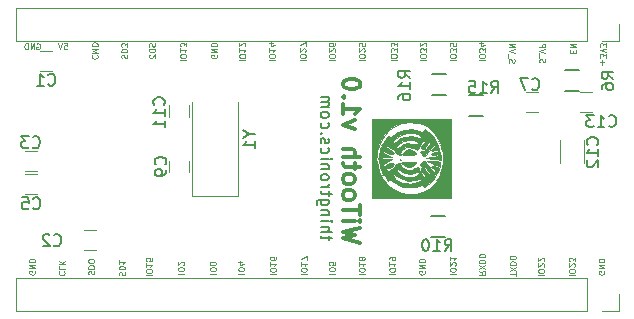
<source format=gbr>
G04 #@! TF.FileFunction,Legend,Bot*
%FSLAX46Y46*%
G04 Gerber Fmt 4.6, Leading zero omitted, Abs format (unit mm)*
G04 Created by KiCad (PCBNEW 4.0.4-stable) date 02/18/17 15:09:55*
%MOMM*%
%LPD*%
G01*
G04 APERTURE LIST*
%ADD10C,0.100000*%
%ADD11C,0.200000*%
%ADD12C,0.300000*%
%ADD13C,0.120000*%
%ADD14C,0.150000*%
%ADD15C,0.010000*%
G04 APERTURE END LIST*
D10*
X163650000Y-109480953D02*
X163673810Y-109528572D01*
X163673810Y-109600000D01*
X163650000Y-109671429D01*
X163602381Y-109719048D01*
X163554762Y-109742857D01*
X163459524Y-109766667D01*
X163388095Y-109766667D01*
X163292857Y-109742857D01*
X163245238Y-109719048D01*
X163197619Y-109671429D01*
X163173810Y-109600000D01*
X163173810Y-109552381D01*
X163197619Y-109480953D01*
X163221429Y-109457143D01*
X163388095Y-109457143D01*
X163388095Y-109552381D01*
X163173810Y-109242857D02*
X163673810Y-109242857D01*
X163173810Y-108957143D01*
X163673810Y-108957143D01*
X163173810Y-108719047D02*
X163673810Y-108719047D01*
X163673810Y-108600000D01*
X163650000Y-108528571D01*
X163602381Y-108480952D01*
X163554762Y-108457143D01*
X163459524Y-108433333D01*
X163388095Y-108433333D01*
X163292857Y-108457143D01*
X163245238Y-108480952D01*
X163197619Y-108528571D01*
X163173810Y-108600000D01*
X163173810Y-108719047D01*
X160673810Y-109838094D02*
X161173810Y-109838094D01*
X161173810Y-109504761D02*
X161173810Y-109409523D01*
X161150000Y-109361904D01*
X161102381Y-109314285D01*
X161007143Y-109290476D01*
X160840476Y-109290476D01*
X160745238Y-109314285D01*
X160697619Y-109361904D01*
X160673810Y-109409523D01*
X160673810Y-109504761D01*
X160697619Y-109552380D01*
X160745238Y-109599999D01*
X160840476Y-109623809D01*
X161007143Y-109623809D01*
X161102381Y-109599999D01*
X161150000Y-109552380D01*
X161173810Y-109504761D01*
X161126190Y-109099999D02*
X161150000Y-109076189D01*
X161173810Y-109028570D01*
X161173810Y-108909523D01*
X161150000Y-108861904D01*
X161126190Y-108838094D01*
X161078571Y-108814285D01*
X161030952Y-108814285D01*
X160959524Y-108838094D01*
X160673810Y-109123808D01*
X160673810Y-108814285D01*
X161173810Y-108647618D02*
X161173810Y-108338095D01*
X160983333Y-108504761D01*
X160983333Y-108433333D01*
X160959524Y-108385714D01*
X160935714Y-108361904D01*
X160888095Y-108338095D01*
X160769048Y-108338095D01*
X160721429Y-108361904D01*
X160697619Y-108385714D01*
X160673810Y-108433333D01*
X160673810Y-108576190D01*
X160697619Y-108623809D01*
X160721429Y-108647618D01*
X158073810Y-109838094D02*
X158573810Y-109838094D01*
X158573810Y-109504761D02*
X158573810Y-109409523D01*
X158550000Y-109361904D01*
X158502381Y-109314285D01*
X158407143Y-109290476D01*
X158240476Y-109290476D01*
X158145238Y-109314285D01*
X158097619Y-109361904D01*
X158073810Y-109409523D01*
X158073810Y-109504761D01*
X158097619Y-109552380D01*
X158145238Y-109599999D01*
X158240476Y-109623809D01*
X158407143Y-109623809D01*
X158502381Y-109599999D01*
X158550000Y-109552380D01*
X158573810Y-109504761D01*
X158526190Y-109099999D02*
X158550000Y-109076189D01*
X158573810Y-109028570D01*
X158573810Y-108909523D01*
X158550000Y-108861904D01*
X158526190Y-108838094D01*
X158478571Y-108814285D01*
X158430952Y-108814285D01*
X158359524Y-108838094D01*
X158073810Y-109123808D01*
X158073810Y-108814285D01*
X158526190Y-108623809D02*
X158550000Y-108599999D01*
X158573810Y-108552380D01*
X158573810Y-108433333D01*
X158550000Y-108385714D01*
X158526190Y-108361904D01*
X158478571Y-108338095D01*
X158430952Y-108338095D01*
X158359524Y-108361904D01*
X158073810Y-108647618D01*
X158073810Y-108338095D01*
X156173810Y-109869047D02*
X156173810Y-109583333D01*
X155673810Y-109726190D02*
X156173810Y-109726190D01*
X156173810Y-109464285D02*
X155673810Y-109130952D01*
X156173810Y-109130952D02*
X155673810Y-109464285D01*
X155673810Y-108940476D02*
X156173810Y-108940476D01*
X156173810Y-108821429D01*
X156150000Y-108750000D01*
X156102381Y-108702381D01*
X156054762Y-108678572D01*
X155959524Y-108654762D01*
X155888095Y-108654762D01*
X155792857Y-108678572D01*
X155745238Y-108702381D01*
X155697619Y-108750000D01*
X155673810Y-108821429D01*
X155673810Y-108940476D01*
X156173810Y-108345238D02*
X156173810Y-108297619D01*
X156150000Y-108250000D01*
X156126190Y-108226191D01*
X156078571Y-108202381D01*
X155983333Y-108178572D01*
X155864286Y-108178572D01*
X155769048Y-108202381D01*
X155721429Y-108226191D01*
X155697619Y-108250000D01*
X155673810Y-108297619D01*
X155673810Y-108345238D01*
X155697619Y-108392857D01*
X155721429Y-108416667D01*
X155769048Y-108440476D01*
X155864286Y-108464286D01*
X155983333Y-108464286D01*
X156078571Y-108440476D01*
X156126190Y-108416667D01*
X156150000Y-108392857D01*
X156173810Y-108345238D01*
X153073810Y-109471428D02*
X153311905Y-109638095D01*
X153073810Y-109757142D02*
X153573810Y-109757142D01*
X153573810Y-109566666D01*
X153550000Y-109519047D01*
X153526190Y-109495238D01*
X153478571Y-109471428D01*
X153407143Y-109471428D01*
X153359524Y-109495238D01*
X153335714Y-109519047D01*
X153311905Y-109566666D01*
X153311905Y-109757142D01*
X153573810Y-109304761D02*
X153073810Y-108971428D01*
X153573810Y-108971428D02*
X153073810Y-109304761D01*
X153073810Y-108780952D02*
X153573810Y-108780952D01*
X153573810Y-108661905D01*
X153550000Y-108590476D01*
X153502381Y-108542857D01*
X153454762Y-108519048D01*
X153359524Y-108495238D01*
X153288095Y-108495238D01*
X153192857Y-108519048D01*
X153145238Y-108542857D01*
X153097619Y-108590476D01*
X153073810Y-108661905D01*
X153073810Y-108780952D01*
X153573810Y-108185714D02*
X153573810Y-108138095D01*
X153550000Y-108090476D01*
X153526190Y-108066667D01*
X153478571Y-108042857D01*
X153383333Y-108019048D01*
X153264286Y-108019048D01*
X153169048Y-108042857D01*
X153121429Y-108066667D01*
X153097619Y-108090476D01*
X153073810Y-108138095D01*
X153073810Y-108185714D01*
X153097619Y-108233333D01*
X153121429Y-108257143D01*
X153169048Y-108280952D01*
X153264286Y-108304762D01*
X153383333Y-108304762D01*
X153478571Y-108280952D01*
X153526190Y-108257143D01*
X153550000Y-108233333D01*
X153573810Y-108185714D01*
X150573810Y-109738094D02*
X151073810Y-109738094D01*
X151073810Y-109404761D02*
X151073810Y-109309523D01*
X151050000Y-109261904D01*
X151002381Y-109214285D01*
X150907143Y-109190476D01*
X150740476Y-109190476D01*
X150645238Y-109214285D01*
X150597619Y-109261904D01*
X150573810Y-109309523D01*
X150573810Y-109404761D01*
X150597619Y-109452380D01*
X150645238Y-109499999D01*
X150740476Y-109523809D01*
X150907143Y-109523809D01*
X151002381Y-109499999D01*
X151050000Y-109452380D01*
X151073810Y-109404761D01*
X151026190Y-108999999D02*
X151050000Y-108976189D01*
X151073810Y-108928570D01*
X151073810Y-108809523D01*
X151050000Y-108761904D01*
X151026190Y-108738094D01*
X150978571Y-108714285D01*
X150930952Y-108714285D01*
X150859524Y-108738094D01*
X150573810Y-109023808D01*
X150573810Y-108714285D01*
X150573810Y-108238095D02*
X150573810Y-108523809D01*
X150573810Y-108380952D02*
X151073810Y-108380952D01*
X151002381Y-108428571D01*
X150954762Y-108476190D01*
X150930952Y-108523809D01*
X148450000Y-109480953D02*
X148473810Y-109528572D01*
X148473810Y-109600000D01*
X148450000Y-109671429D01*
X148402381Y-109719048D01*
X148354762Y-109742857D01*
X148259524Y-109766667D01*
X148188095Y-109766667D01*
X148092857Y-109742857D01*
X148045238Y-109719048D01*
X147997619Y-109671429D01*
X147973810Y-109600000D01*
X147973810Y-109552381D01*
X147997619Y-109480953D01*
X148021429Y-109457143D01*
X148188095Y-109457143D01*
X148188095Y-109552381D01*
X147973810Y-109242857D02*
X148473810Y-109242857D01*
X147973810Y-108957143D01*
X148473810Y-108957143D01*
X147973810Y-108719047D02*
X148473810Y-108719047D01*
X148473810Y-108600000D01*
X148450000Y-108528571D01*
X148402381Y-108480952D01*
X148354762Y-108457143D01*
X148259524Y-108433333D01*
X148188095Y-108433333D01*
X148092857Y-108457143D01*
X148045238Y-108480952D01*
X147997619Y-108528571D01*
X147973810Y-108600000D01*
X147973810Y-108719047D01*
X145473810Y-109738094D02*
X145973810Y-109738094D01*
X145973810Y-109404761D02*
X145973810Y-109309523D01*
X145950000Y-109261904D01*
X145902381Y-109214285D01*
X145807143Y-109190476D01*
X145640476Y-109190476D01*
X145545238Y-109214285D01*
X145497619Y-109261904D01*
X145473810Y-109309523D01*
X145473810Y-109404761D01*
X145497619Y-109452380D01*
X145545238Y-109499999D01*
X145640476Y-109523809D01*
X145807143Y-109523809D01*
X145902381Y-109499999D01*
X145950000Y-109452380D01*
X145973810Y-109404761D01*
X145473810Y-108714285D02*
X145473810Y-108999999D01*
X145473810Y-108857142D02*
X145973810Y-108857142D01*
X145902381Y-108904761D01*
X145854762Y-108952380D01*
X145830952Y-108999999D01*
X145473810Y-108476190D02*
X145473810Y-108380952D01*
X145497619Y-108333333D01*
X145521429Y-108309523D01*
X145592857Y-108261904D01*
X145688095Y-108238095D01*
X145878571Y-108238095D01*
X145926190Y-108261904D01*
X145950000Y-108285714D01*
X145973810Y-108333333D01*
X145973810Y-108428571D01*
X145950000Y-108476190D01*
X145926190Y-108499999D01*
X145878571Y-108523809D01*
X145759524Y-108523809D01*
X145711905Y-108499999D01*
X145688095Y-108476190D01*
X145664286Y-108428571D01*
X145664286Y-108333333D01*
X145688095Y-108285714D01*
X145711905Y-108261904D01*
X145759524Y-108238095D01*
X142873810Y-109738094D02*
X143373810Y-109738094D01*
X143373810Y-109404761D02*
X143373810Y-109309523D01*
X143350000Y-109261904D01*
X143302381Y-109214285D01*
X143207143Y-109190476D01*
X143040476Y-109190476D01*
X142945238Y-109214285D01*
X142897619Y-109261904D01*
X142873810Y-109309523D01*
X142873810Y-109404761D01*
X142897619Y-109452380D01*
X142945238Y-109499999D01*
X143040476Y-109523809D01*
X143207143Y-109523809D01*
X143302381Y-109499999D01*
X143350000Y-109452380D01*
X143373810Y-109404761D01*
X142873810Y-108714285D02*
X142873810Y-108999999D01*
X142873810Y-108857142D02*
X143373810Y-108857142D01*
X143302381Y-108904761D01*
X143254762Y-108952380D01*
X143230952Y-108999999D01*
X143159524Y-108428571D02*
X143183333Y-108476190D01*
X143207143Y-108499999D01*
X143254762Y-108523809D01*
X143278571Y-108523809D01*
X143326190Y-108499999D01*
X143350000Y-108476190D01*
X143373810Y-108428571D01*
X143373810Y-108333333D01*
X143350000Y-108285714D01*
X143326190Y-108261904D01*
X143278571Y-108238095D01*
X143254762Y-108238095D01*
X143207143Y-108261904D01*
X143183333Y-108285714D01*
X143159524Y-108333333D01*
X143159524Y-108428571D01*
X143135714Y-108476190D01*
X143111905Y-108499999D01*
X143064286Y-108523809D01*
X142969048Y-108523809D01*
X142921429Y-108499999D01*
X142897619Y-108476190D01*
X142873810Y-108428571D01*
X142873810Y-108333333D01*
X142897619Y-108285714D01*
X142921429Y-108261904D01*
X142969048Y-108238095D01*
X143064286Y-108238095D01*
X143111905Y-108261904D01*
X143135714Y-108285714D01*
X143159524Y-108333333D01*
X140373810Y-109699999D02*
X140873810Y-109699999D01*
X140873810Y-109366666D02*
X140873810Y-109271428D01*
X140850000Y-109223809D01*
X140802381Y-109176190D01*
X140707143Y-109152381D01*
X140540476Y-109152381D01*
X140445238Y-109176190D01*
X140397619Y-109223809D01*
X140373810Y-109271428D01*
X140373810Y-109366666D01*
X140397619Y-109414285D01*
X140445238Y-109461904D01*
X140540476Y-109485714D01*
X140707143Y-109485714D01*
X140802381Y-109461904D01*
X140850000Y-109414285D01*
X140873810Y-109366666D01*
X140873810Y-108699999D02*
X140873810Y-108938094D01*
X140635714Y-108961904D01*
X140659524Y-108938094D01*
X140683333Y-108890475D01*
X140683333Y-108771428D01*
X140659524Y-108723809D01*
X140635714Y-108699999D01*
X140588095Y-108676190D01*
X140469048Y-108676190D01*
X140421429Y-108699999D01*
X140397619Y-108723809D01*
X140373810Y-108771428D01*
X140373810Y-108890475D01*
X140397619Y-108938094D01*
X140421429Y-108961904D01*
X137973810Y-109738094D02*
X138473810Y-109738094D01*
X138473810Y-109404761D02*
X138473810Y-109309523D01*
X138450000Y-109261904D01*
X138402381Y-109214285D01*
X138307143Y-109190476D01*
X138140476Y-109190476D01*
X138045238Y-109214285D01*
X137997619Y-109261904D01*
X137973810Y-109309523D01*
X137973810Y-109404761D01*
X137997619Y-109452380D01*
X138045238Y-109499999D01*
X138140476Y-109523809D01*
X138307143Y-109523809D01*
X138402381Y-109499999D01*
X138450000Y-109452380D01*
X138473810Y-109404761D01*
X137973810Y-108714285D02*
X137973810Y-108999999D01*
X137973810Y-108857142D02*
X138473810Y-108857142D01*
X138402381Y-108904761D01*
X138354762Y-108952380D01*
X138330952Y-108999999D01*
X138473810Y-108547618D02*
X138473810Y-108214285D01*
X137973810Y-108428571D01*
X135373810Y-109738094D02*
X135873810Y-109738094D01*
X135873810Y-109404761D02*
X135873810Y-109309523D01*
X135850000Y-109261904D01*
X135802381Y-109214285D01*
X135707143Y-109190476D01*
X135540476Y-109190476D01*
X135445238Y-109214285D01*
X135397619Y-109261904D01*
X135373810Y-109309523D01*
X135373810Y-109404761D01*
X135397619Y-109452380D01*
X135445238Y-109499999D01*
X135540476Y-109523809D01*
X135707143Y-109523809D01*
X135802381Y-109499999D01*
X135850000Y-109452380D01*
X135873810Y-109404761D01*
X135373810Y-108714285D02*
X135373810Y-108999999D01*
X135373810Y-108857142D02*
X135873810Y-108857142D01*
X135802381Y-108904761D01*
X135754762Y-108952380D01*
X135730952Y-108999999D01*
X135873810Y-108285714D02*
X135873810Y-108380952D01*
X135850000Y-108428571D01*
X135826190Y-108452380D01*
X135754762Y-108499999D01*
X135659524Y-108523809D01*
X135469048Y-108523809D01*
X135421429Y-108499999D01*
X135397619Y-108476190D01*
X135373810Y-108428571D01*
X135373810Y-108333333D01*
X135397619Y-108285714D01*
X135421429Y-108261904D01*
X135469048Y-108238095D01*
X135588095Y-108238095D01*
X135635714Y-108261904D01*
X135659524Y-108285714D01*
X135683333Y-108333333D01*
X135683333Y-108428571D01*
X135659524Y-108476190D01*
X135635714Y-108499999D01*
X135588095Y-108523809D01*
X132673810Y-109699999D02*
X133173810Y-109699999D01*
X133173810Y-109366666D02*
X133173810Y-109271428D01*
X133150000Y-109223809D01*
X133102381Y-109176190D01*
X133007143Y-109152381D01*
X132840476Y-109152381D01*
X132745238Y-109176190D01*
X132697619Y-109223809D01*
X132673810Y-109271428D01*
X132673810Y-109366666D01*
X132697619Y-109414285D01*
X132745238Y-109461904D01*
X132840476Y-109485714D01*
X133007143Y-109485714D01*
X133102381Y-109461904D01*
X133150000Y-109414285D01*
X133173810Y-109366666D01*
X133007143Y-108723809D02*
X132673810Y-108723809D01*
X133197619Y-108842856D02*
X132840476Y-108961904D01*
X132840476Y-108652380D01*
X130273810Y-109699999D02*
X130773810Y-109699999D01*
X130773810Y-109366666D02*
X130773810Y-109271428D01*
X130750000Y-109223809D01*
X130702381Y-109176190D01*
X130607143Y-109152381D01*
X130440476Y-109152381D01*
X130345238Y-109176190D01*
X130297619Y-109223809D01*
X130273810Y-109271428D01*
X130273810Y-109366666D01*
X130297619Y-109414285D01*
X130345238Y-109461904D01*
X130440476Y-109485714D01*
X130607143Y-109485714D01*
X130702381Y-109461904D01*
X130750000Y-109414285D01*
X130773810Y-109366666D01*
X130773810Y-108842856D02*
X130773810Y-108795237D01*
X130750000Y-108747618D01*
X130726190Y-108723809D01*
X130678571Y-108699999D01*
X130583333Y-108676190D01*
X130464286Y-108676190D01*
X130369048Y-108699999D01*
X130321429Y-108723809D01*
X130297619Y-108747618D01*
X130273810Y-108795237D01*
X130273810Y-108842856D01*
X130297619Y-108890475D01*
X130321429Y-108914285D01*
X130369048Y-108938094D01*
X130464286Y-108961904D01*
X130583333Y-108961904D01*
X130678571Y-108938094D01*
X130726190Y-108914285D01*
X130750000Y-108890475D01*
X130773810Y-108842856D01*
X127573810Y-109699999D02*
X128073810Y-109699999D01*
X128073810Y-109366666D02*
X128073810Y-109271428D01*
X128050000Y-109223809D01*
X128002381Y-109176190D01*
X127907143Y-109152381D01*
X127740476Y-109152381D01*
X127645238Y-109176190D01*
X127597619Y-109223809D01*
X127573810Y-109271428D01*
X127573810Y-109366666D01*
X127597619Y-109414285D01*
X127645238Y-109461904D01*
X127740476Y-109485714D01*
X127907143Y-109485714D01*
X128002381Y-109461904D01*
X128050000Y-109414285D01*
X128073810Y-109366666D01*
X128026190Y-108961904D02*
X128050000Y-108938094D01*
X128073810Y-108890475D01*
X128073810Y-108771428D01*
X128050000Y-108723809D01*
X128026190Y-108699999D01*
X127978571Y-108676190D01*
X127930952Y-108676190D01*
X127859524Y-108699999D01*
X127573810Y-108985713D01*
X127573810Y-108676190D01*
X124873810Y-109838094D02*
X125373810Y-109838094D01*
X125373810Y-109504761D02*
X125373810Y-109409523D01*
X125350000Y-109361904D01*
X125302381Y-109314285D01*
X125207143Y-109290476D01*
X125040476Y-109290476D01*
X124945238Y-109314285D01*
X124897619Y-109361904D01*
X124873810Y-109409523D01*
X124873810Y-109504761D01*
X124897619Y-109552380D01*
X124945238Y-109599999D01*
X125040476Y-109623809D01*
X125207143Y-109623809D01*
X125302381Y-109599999D01*
X125350000Y-109552380D01*
X125373810Y-109504761D01*
X124873810Y-108814285D02*
X124873810Y-109099999D01*
X124873810Y-108957142D02*
X125373810Y-108957142D01*
X125302381Y-109004761D01*
X125254762Y-109052380D01*
X125230952Y-109099999D01*
X125373810Y-108361904D02*
X125373810Y-108599999D01*
X125135714Y-108623809D01*
X125159524Y-108599999D01*
X125183333Y-108552380D01*
X125183333Y-108433333D01*
X125159524Y-108385714D01*
X125135714Y-108361904D01*
X125088095Y-108338095D01*
X124969048Y-108338095D01*
X124921429Y-108361904D01*
X124897619Y-108385714D01*
X124873810Y-108433333D01*
X124873810Y-108552380D01*
X124897619Y-108599999D01*
X124921429Y-108623809D01*
X122597619Y-109830952D02*
X122573810Y-109759523D01*
X122573810Y-109640476D01*
X122597619Y-109592857D01*
X122621429Y-109569047D01*
X122669048Y-109545238D01*
X122716667Y-109545238D01*
X122764286Y-109569047D01*
X122788095Y-109592857D01*
X122811905Y-109640476D01*
X122835714Y-109735714D01*
X122859524Y-109783333D01*
X122883333Y-109807142D01*
X122930952Y-109830952D01*
X122978571Y-109830952D01*
X123026190Y-109807142D01*
X123050000Y-109783333D01*
X123073810Y-109735714D01*
X123073810Y-109616666D01*
X123050000Y-109545238D01*
X122573810Y-109330952D02*
X123073810Y-109330952D01*
X123073810Y-109211905D01*
X123050000Y-109140476D01*
X123002381Y-109092857D01*
X122954762Y-109069048D01*
X122859524Y-109045238D01*
X122788095Y-109045238D01*
X122692857Y-109069048D01*
X122645238Y-109092857D01*
X122597619Y-109140476D01*
X122573810Y-109211905D01*
X122573810Y-109330952D01*
X122573810Y-108569048D02*
X122573810Y-108854762D01*
X122573810Y-108711905D02*
X123073810Y-108711905D01*
X123002381Y-108759524D01*
X122954762Y-108807143D01*
X122930952Y-108854762D01*
X119997619Y-109754762D02*
X119973810Y-109683333D01*
X119973810Y-109564286D01*
X119997619Y-109516667D01*
X120021429Y-109492857D01*
X120069048Y-109469048D01*
X120116667Y-109469048D01*
X120164286Y-109492857D01*
X120188095Y-109516667D01*
X120211905Y-109564286D01*
X120235714Y-109659524D01*
X120259524Y-109707143D01*
X120283333Y-109730952D01*
X120330952Y-109754762D01*
X120378571Y-109754762D01*
X120426190Y-109730952D01*
X120450000Y-109707143D01*
X120473810Y-109659524D01*
X120473810Y-109540476D01*
X120450000Y-109469048D01*
X119973810Y-109254762D02*
X120473810Y-109254762D01*
X120473810Y-109135715D01*
X120450000Y-109064286D01*
X120402381Y-109016667D01*
X120354762Y-108992858D01*
X120259524Y-108969048D01*
X120188095Y-108969048D01*
X120092857Y-108992858D01*
X120045238Y-109016667D01*
X119997619Y-109064286D01*
X119973810Y-109135715D01*
X119973810Y-109254762D01*
X120473810Y-108659524D02*
X120473810Y-108564286D01*
X120450000Y-108516667D01*
X120402381Y-108469048D01*
X120307143Y-108445239D01*
X120140476Y-108445239D01*
X120045238Y-108469048D01*
X119997619Y-108516667D01*
X119973810Y-108564286D01*
X119973810Y-108659524D01*
X119997619Y-108707143D01*
X120045238Y-108754762D01*
X120140476Y-108778572D01*
X120307143Y-108778572D01*
X120402381Y-108754762D01*
X120450000Y-108707143D01*
X120473810Y-108659524D01*
X117521429Y-109497619D02*
X117497619Y-109521429D01*
X117473810Y-109592857D01*
X117473810Y-109640476D01*
X117497619Y-109711905D01*
X117545238Y-109759524D01*
X117592857Y-109783333D01*
X117688095Y-109807143D01*
X117759524Y-109807143D01*
X117854762Y-109783333D01*
X117902381Y-109759524D01*
X117950000Y-109711905D01*
X117973810Y-109640476D01*
X117973810Y-109592857D01*
X117950000Y-109521429D01*
X117926190Y-109497619D01*
X117473810Y-109045238D02*
X117473810Y-109283333D01*
X117973810Y-109283333D01*
X117473810Y-108878571D02*
X117973810Y-108878571D01*
X117473810Y-108592857D02*
X117759524Y-108807143D01*
X117973810Y-108592857D02*
X117688095Y-108878571D01*
X115450000Y-109480953D02*
X115473810Y-109528572D01*
X115473810Y-109600000D01*
X115450000Y-109671429D01*
X115402381Y-109719048D01*
X115354762Y-109742857D01*
X115259524Y-109766667D01*
X115188095Y-109766667D01*
X115092857Y-109742857D01*
X115045238Y-109719048D01*
X114997619Y-109671429D01*
X114973810Y-109600000D01*
X114973810Y-109552381D01*
X114997619Y-109480953D01*
X115021429Y-109457143D01*
X115188095Y-109457143D01*
X115188095Y-109552381D01*
X114973810Y-109242857D02*
X115473810Y-109242857D01*
X114973810Y-108957143D01*
X115473810Y-108957143D01*
X114973810Y-108719047D02*
X115473810Y-108719047D01*
X115473810Y-108600000D01*
X115450000Y-108528571D01*
X115402381Y-108480952D01*
X115354762Y-108457143D01*
X115259524Y-108433333D01*
X115188095Y-108433333D01*
X115092857Y-108457143D01*
X115045238Y-108480952D01*
X114997619Y-108528571D01*
X114973810Y-108600000D01*
X114973810Y-108719047D01*
X145573810Y-91638094D02*
X146073810Y-91638094D01*
X146073810Y-91304761D02*
X146073810Y-91209523D01*
X146050000Y-91161904D01*
X146002381Y-91114285D01*
X145907143Y-91090476D01*
X145740476Y-91090476D01*
X145645238Y-91114285D01*
X145597619Y-91161904D01*
X145573810Y-91209523D01*
X145573810Y-91304761D01*
X145597619Y-91352380D01*
X145645238Y-91399999D01*
X145740476Y-91423809D01*
X145907143Y-91423809D01*
X146002381Y-91399999D01*
X146050000Y-91352380D01*
X146073810Y-91304761D01*
X146073810Y-90923808D02*
X146073810Y-90614285D01*
X145883333Y-90780951D01*
X145883333Y-90709523D01*
X145859524Y-90661904D01*
X145835714Y-90638094D01*
X145788095Y-90614285D01*
X145669048Y-90614285D01*
X145621429Y-90638094D01*
X145597619Y-90661904D01*
X145573810Y-90709523D01*
X145573810Y-90852380D01*
X145597619Y-90899999D01*
X145621429Y-90923808D01*
X146073810Y-90447618D02*
X146073810Y-90138095D01*
X145883333Y-90304761D01*
X145883333Y-90233333D01*
X145859524Y-90185714D01*
X145835714Y-90161904D01*
X145788095Y-90138095D01*
X145669048Y-90138095D01*
X145621429Y-90161904D01*
X145597619Y-90185714D01*
X145573810Y-90233333D01*
X145573810Y-90376190D01*
X145597619Y-90423809D01*
X145621429Y-90447618D01*
X142873810Y-91638094D02*
X143373810Y-91638094D01*
X143373810Y-91304761D02*
X143373810Y-91209523D01*
X143350000Y-91161904D01*
X143302381Y-91114285D01*
X143207143Y-91090476D01*
X143040476Y-91090476D01*
X142945238Y-91114285D01*
X142897619Y-91161904D01*
X142873810Y-91209523D01*
X142873810Y-91304761D01*
X142897619Y-91352380D01*
X142945238Y-91399999D01*
X143040476Y-91423809D01*
X143207143Y-91423809D01*
X143302381Y-91399999D01*
X143350000Y-91352380D01*
X143373810Y-91304761D01*
X143326190Y-90899999D02*
X143350000Y-90876189D01*
X143373810Y-90828570D01*
X143373810Y-90709523D01*
X143350000Y-90661904D01*
X143326190Y-90638094D01*
X143278571Y-90614285D01*
X143230952Y-90614285D01*
X143159524Y-90638094D01*
X142873810Y-90923808D01*
X142873810Y-90614285D01*
X143373810Y-90161904D02*
X143373810Y-90399999D01*
X143135714Y-90423809D01*
X143159524Y-90399999D01*
X143183333Y-90352380D01*
X143183333Y-90233333D01*
X143159524Y-90185714D01*
X143135714Y-90161904D01*
X143088095Y-90138095D01*
X142969048Y-90138095D01*
X142921429Y-90161904D01*
X142897619Y-90185714D01*
X142873810Y-90233333D01*
X142873810Y-90352380D01*
X142897619Y-90399999D01*
X142921429Y-90423809D01*
X140373810Y-91638094D02*
X140873810Y-91638094D01*
X140873810Y-91304761D02*
X140873810Y-91209523D01*
X140850000Y-91161904D01*
X140802381Y-91114285D01*
X140707143Y-91090476D01*
X140540476Y-91090476D01*
X140445238Y-91114285D01*
X140397619Y-91161904D01*
X140373810Y-91209523D01*
X140373810Y-91304761D01*
X140397619Y-91352380D01*
X140445238Y-91399999D01*
X140540476Y-91423809D01*
X140707143Y-91423809D01*
X140802381Y-91399999D01*
X140850000Y-91352380D01*
X140873810Y-91304761D01*
X140826190Y-90899999D02*
X140850000Y-90876189D01*
X140873810Y-90828570D01*
X140873810Y-90709523D01*
X140850000Y-90661904D01*
X140826190Y-90638094D01*
X140778571Y-90614285D01*
X140730952Y-90614285D01*
X140659524Y-90638094D01*
X140373810Y-90923808D01*
X140373810Y-90614285D01*
X140873810Y-90185714D02*
X140873810Y-90280952D01*
X140850000Y-90328571D01*
X140826190Y-90352380D01*
X140754762Y-90399999D01*
X140659524Y-90423809D01*
X140469048Y-90423809D01*
X140421429Y-90399999D01*
X140397619Y-90376190D01*
X140373810Y-90328571D01*
X140373810Y-90233333D01*
X140397619Y-90185714D01*
X140421429Y-90161904D01*
X140469048Y-90138095D01*
X140588095Y-90138095D01*
X140635714Y-90161904D01*
X140659524Y-90185714D01*
X140683333Y-90233333D01*
X140683333Y-90328571D01*
X140659524Y-90376190D01*
X140635714Y-90399999D01*
X140588095Y-90423809D01*
X137873810Y-91638094D02*
X138373810Y-91638094D01*
X138373810Y-91304761D02*
X138373810Y-91209523D01*
X138350000Y-91161904D01*
X138302381Y-91114285D01*
X138207143Y-91090476D01*
X138040476Y-91090476D01*
X137945238Y-91114285D01*
X137897619Y-91161904D01*
X137873810Y-91209523D01*
X137873810Y-91304761D01*
X137897619Y-91352380D01*
X137945238Y-91399999D01*
X138040476Y-91423809D01*
X138207143Y-91423809D01*
X138302381Y-91399999D01*
X138350000Y-91352380D01*
X138373810Y-91304761D01*
X138326190Y-90899999D02*
X138350000Y-90876189D01*
X138373810Y-90828570D01*
X138373810Y-90709523D01*
X138350000Y-90661904D01*
X138326190Y-90638094D01*
X138278571Y-90614285D01*
X138230952Y-90614285D01*
X138159524Y-90638094D01*
X137873810Y-90923808D01*
X137873810Y-90614285D01*
X138373810Y-90447618D02*
X138373810Y-90114285D01*
X137873810Y-90328571D01*
X135273810Y-91638094D02*
X135773810Y-91638094D01*
X135773810Y-91304761D02*
X135773810Y-91209523D01*
X135750000Y-91161904D01*
X135702381Y-91114285D01*
X135607143Y-91090476D01*
X135440476Y-91090476D01*
X135345238Y-91114285D01*
X135297619Y-91161904D01*
X135273810Y-91209523D01*
X135273810Y-91304761D01*
X135297619Y-91352380D01*
X135345238Y-91399999D01*
X135440476Y-91423809D01*
X135607143Y-91423809D01*
X135702381Y-91399999D01*
X135750000Y-91352380D01*
X135773810Y-91304761D01*
X135273810Y-90614285D02*
X135273810Y-90899999D01*
X135273810Y-90757142D02*
X135773810Y-90757142D01*
X135702381Y-90804761D01*
X135654762Y-90852380D01*
X135630952Y-90899999D01*
X135607143Y-90185714D02*
X135273810Y-90185714D01*
X135797619Y-90304761D02*
X135440476Y-90423809D01*
X135440476Y-90114285D01*
X132773810Y-91638094D02*
X133273810Y-91638094D01*
X133273810Y-91304761D02*
X133273810Y-91209523D01*
X133250000Y-91161904D01*
X133202381Y-91114285D01*
X133107143Y-91090476D01*
X132940476Y-91090476D01*
X132845238Y-91114285D01*
X132797619Y-91161904D01*
X132773810Y-91209523D01*
X132773810Y-91304761D01*
X132797619Y-91352380D01*
X132845238Y-91399999D01*
X132940476Y-91423809D01*
X133107143Y-91423809D01*
X133202381Y-91399999D01*
X133250000Y-91352380D01*
X133273810Y-91304761D01*
X132773810Y-90614285D02*
X132773810Y-90899999D01*
X132773810Y-90757142D02*
X133273810Y-90757142D01*
X133202381Y-90804761D01*
X133154762Y-90852380D01*
X133130952Y-90899999D01*
X133226190Y-90423809D02*
X133250000Y-90399999D01*
X133273810Y-90352380D01*
X133273810Y-90233333D01*
X133250000Y-90185714D01*
X133226190Y-90161904D01*
X133178571Y-90138095D01*
X133130952Y-90138095D01*
X133059524Y-90161904D01*
X132773810Y-90447618D01*
X132773810Y-90138095D01*
X130850000Y-91180953D02*
X130873810Y-91228572D01*
X130873810Y-91300000D01*
X130850000Y-91371429D01*
X130802381Y-91419048D01*
X130754762Y-91442857D01*
X130659524Y-91466667D01*
X130588095Y-91466667D01*
X130492857Y-91442857D01*
X130445238Y-91419048D01*
X130397619Y-91371429D01*
X130373810Y-91300000D01*
X130373810Y-91252381D01*
X130397619Y-91180953D01*
X130421429Y-91157143D01*
X130588095Y-91157143D01*
X130588095Y-91252381D01*
X130373810Y-90942857D02*
X130873810Y-90942857D01*
X130373810Y-90657143D01*
X130873810Y-90657143D01*
X130373810Y-90419047D02*
X130873810Y-90419047D01*
X130873810Y-90300000D01*
X130850000Y-90228571D01*
X130802381Y-90180952D01*
X130754762Y-90157143D01*
X130659524Y-90133333D01*
X130588095Y-90133333D01*
X130492857Y-90157143D01*
X130445238Y-90180952D01*
X130397619Y-90228571D01*
X130373810Y-90300000D01*
X130373810Y-90419047D01*
X127773810Y-91638094D02*
X128273810Y-91638094D01*
X128273810Y-91304761D02*
X128273810Y-91209523D01*
X128250000Y-91161904D01*
X128202381Y-91114285D01*
X128107143Y-91090476D01*
X127940476Y-91090476D01*
X127845238Y-91114285D01*
X127797619Y-91161904D01*
X127773810Y-91209523D01*
X127773810Y-91304761D01*
X127797619Y-91352380D01*
X127845238Y-91399999D01*
X127940476Y-91423809D01*
X128107143Y-91423809D01*
X128202381Y-91399999D01*
X128250000Y-91352380D01*
X128273810Y-91304761D01*
X127773810Y-90614285D02*
X127773810Y-90899999D01*
X127773810Y-90757142D02*
X128273810Y-90757142D01*
X128202381Y-90804761D01*
X128154762Y-90852380D01*
X128130952Y-90899999D01*
X128273810Y-90447618D02*
X128273810Y-90138095D01*
X128083333Y-90304761D01*
X128083333Y-90233333D01*
X128059524Y-90185714D01*
X128035714Y-90161904D01*
X127988095Y-90138095D01*
X127869048Y-90138095D01*
X127821429Y-90161904D01*
X127797619Y-90185714D01*
X127773810Y-90233333D01*
X127773810Y-90376190D01*
X127797619Y-90423809D01*
X127821429Y-90447618D01*
X117905237Y-90176190D02*
X118143332Y-90176190D01*
X118167142Y-90414286D01*
X118143332Y-90390476D01*
X118095713Y-90366667D01*
X117976666Y-90366667D01*
X117929047Y-90390476D01*
X117905237Y-90414286D01*
X117881428Y-90461905D01*
X117881428Y-90580952D01*
X117905237Y-90628571D01*
X117929047Y-90652381D01*
X117976666Y-90676190D01*
X118095713Y-90676190D01*
X118143332Y-90652381D01*
X118167142Y-90628571D01*
X117738571Y-90176190D02*
X117571904Y-90676190D01*
X117405238Y-90176190D01*
X115610953Y-90200000D02*
X115658572Y-90176190D01*
X115730000Y-90176190D01*
X115801429Y-90200000D01*
X115849048Y-90247619D01*
X115872857Y-90295238D01*
X115896667Y-90390476D01*
X115896667Y-90461905D01*
X115872857Y-90557143D01*
X115849048Y-90604762D01*
X115801429Y-90652381D01*
X115730000Y-90676190D01*
X115682381Y-90676190D01*
X115610953Y-90652381D01*
X115587143Y-90628571D01*
X115587143Y-90461905D01*
X115682381Y-90461905D01*
X115372857Y-90676190D02*
X115372857Y-90176190D01*
X115087143Y-90676190D01*
X115087143Y-90176190D01*
X114849047Y-90676190D02*
X114849047Y-90176190D01*
X114730000Y-90176190D01*
X114658571Y-90200000D01*
X114610952Y-90247619D01*
X114587143Y-90295238D01*
X114563333Y-90390476D01*
X114563333Y-90461905D01*
X114587143Y-90557143D01*
X114610952Y-90604762D01*
X114658571Y-90652381D01*
X114730000Y-90676190D01*
X114849047Y-90676190D01*
X163464286Y-91980951D02*
X163464286Y-91599999D01*
X163273810Y-91790475D02*
X163654762Y-91790475D01*
X163773810Y-91409522D02*
X163773810Y-91099999D01*
X163583333Y-91266665D01*
X163583333Y-91195237D01*
X163559524Y-91147618D01*
X163535714Y-91123808D01*
X163488095Y-91099999D01*
X163369048Y-91099999D01*
X163321429Y-91123808D01*
X163297619Y-91147618D01*
X163273810Y-91195237D01*
X163273810Y-91338094D01*
X163297619Y-91385713D01*
X163321429Y-91409522D01*
X163773810Y-90957142D02*
X163273810Y-90790475D01*
X163773810Y-90623809D01*
X163773810Y-90504761D02*
X163773810Y-90195238D01*
X163583333Y-90361904D01*
X163583333Y-90290476D01*
X163559524Y-90242857D01*
X163535714Y-90219047D01*
X163488095Y-90195238D01*
X163369048Y-90195238D01*
X163321429Y-90219047D01*
X163297619Y-90242857D01*
X163273810Y-90290476D01*
X163273810Y-90433333D01*
X163297619Y-90480952D01*
X163321429Y-90504761D01*
X161035714Y-90969047D02*
X161035714Y-90802381D01*
X160773810Y-90730952D02*
X160773810Y-90969047D01*
X161273810Y-90969047D01*
X161273810Y-90730952D01*
X160773810Y-90516666D02*
X161273810Y-90516666D01*
X160773810Y-90230952D01*
X161273810Y-90230952D01*
X158197619Y-91797618D02*
X158173810Y-91726189D01*
X158173810Y-91607142D01*
X158197619Y-91559523D01*
X158221429Y-91535713D01*
X158269048Y-91511904D01*
X158316667Y-91511904D01*
X158364286Y-91535713D01*
X158388095Y-91559523D01*
X158411905Y-91607142D01*
X158435714Y-91702380D01*
X158459524Y-91749999D01*
X158483333Y-91773808D01*
X158530952Y-91797618D01*
X158578571Y-91797618D01*
X158626190Y-91773808D01*
X158650000Y-91749999D01*
X158673810Y-91702380D01*
X158673810Y-91583332D01*
X158650000Y-91511904D01*
X158126190Y-91416666D02*
X158126190Y-91035714D01*
X158673810Y-90988095D02*
X158173810Y-90821428D01*
X158673810Y-90654762D01*
X158173810Y-90488095D02*
X158673810Y-90488095D01*
X158673810Y-90297619D01*
X158650000Y-90250000D01*
X158626190Y-90226191D01*
X158578571Y-90202381D01*
X158507143Y-90202381D01*
X158459524Y-90226191D01*
X158435714Y-90250000D01*
X158411905Y-90297619D01*
X158411905Y-90488095D01*
X155597619Y-91809523D02*
X155573810Y-91738094D01*
X155573810Y-91619047D01*
X155597619Y-91571428D01*
X155621429Y-91547618D01*
X155669048Y-91523809D01*
X155716667Y-91523809D01*
X155764286Y-91547618D01*
X155788095Y-91571428D01*
X155811905Y-91619047D01*
X155835714Y-91714285D01*
X155859524Y-91761904D01*
X155883333Y-91785713D01*
X155930952Y-91809523D01*
X155978571Y-91809523D01*
X156026190Y-91785713D01*
X156050000Y-91761904D01*
X156073810Y-91714285D01*
X156073810Y-91595237D01*
X156050000Y-91523809D01*
X155526190Y-91428571D02*
X155526190Y-91047619D01*
X156073810Y-91000000D02*
X155573810Y-90833333D01*
X156073810Y-90666667D01*
X155573810Y-90500000D02*
X156073810Y-90500000D01*
X155573810Y-90214286D01*
X156073810Y-90214286D01*
X153073810Y-91638094D02*
X153573810Y-91638094D01*
X153573810Y-91304761D02*
X153573810Y-91209523D01*
X153550000Y-91161904D01*
X153502381Y-91114285D01*
X153407143Y-91090476D01*
X153240476Y-91090476D01*
X153145238Y-91114285D01*
X153097619Y-91161904D01*
X153073810Y-91209523D01*
X153073810Y-91304761D01*
X153097619Y-91352380D01*
X153145238Y-91399999D01*
X153240476Y-91423809D01*
X153407143Y-91423809D01*
X153502381Y-91399999D01*
X153550000Y-91352380D01*
X153573810Y-91304761D01*
X153573810Y-90923808D02*
X153573810Y-90614285D01*
X153383333Y-90780951D01*
X153383333Y-90709523D01*
X153359524Y-90661904D01*
X153335714Y-90638094D01*
X153288095Y-90614285D01*
X153169048Y-90614285D01*
X153121429Y-90638094D01*
X153097619Y-90661904D01*
X153073810Y-90709523D01*
X153073810Y-90852380D01*
X153097619Y-90899999D01*
X153121429Y-90923808D01*
X153407143Y-90185714D02*
X153073810Y-90185714D01*
X153597619Y-90304761D02*
X153240476Y-90423809D01*
X153240476Y-90114285D01*
X150573810Y-91638094D02*
X151073810Y-91638094D01*
X151073810Y-91304761D02*
X151073810Y-91209523D01*
X151050000Y-91161904D01*
X151002381Y-91114285D01*
X150907143Y-91090476D01*
X150740476Y-91090476D01*
X150645238Y-91114285D01*
X150597619Y-91161904D01*
X150573810Y-91209523D01*
X150573810Y-91304761D01*
X150597619Y-91352380D01*
X150645238Y-91399999D01*
X150740476Y-91423809D01*
X150907143Y-91423809D01*
X151002381Y-91399999D01*
X151050000Y-91352380D01*
X151073810Y-91304761D01*
X151073810Y-90923808D02*
X151073810Y-90614285D01*
X150883333Y-90780951D01*
X150883333Y-90709523D01*
X150859524Y-90661904D01*
X150835714Y-90638094D01*
X150788095Y-90614285D01*
X150669048Y-90614285D01*
X150621429Y-90638094D01*
X150597619Y-90661904D01*
X150573810Y-90709523D01*
X150573810Y-90852380D01*
X150597619Y-90899999D01*
X150621429Y-90923808D01*
X151073810Y-90161904D02*
X151073810Y-90399999D01*
X150835714Y-90423809D01*
X150859524Y-90399999D01*
X150883333Y-90352380D01*
X150883333Y-90233333D01*
X150859524Y-90185714D01*
X150835714Y-90161904D01*
X150788095Y-90138095D01*
X150669048Y-90138095D01*
X150621429Y-90161904D01*
X150597619Y-90185714D01*
X150573810Y-90233333D01*
X150573810Y-90352380D01*
X150597619Y-90399999D01*
X150621429Y-90423809D01*
X148073810Y-91638094D02*
X148573810Y-91638094D01*
X148573810Y-91304761D02*
X148573810Y-91209523D01*
X148550000Y-91161904D01*
X148502381Y-91114285D01*
X148407143Y-91090476D01*
X148240476Y-91090476D01*
X148145238Y-91114285D01*
X148097619Y-91161904D01*
X148073810Y-91209523D01*
X148073810Y-91304761D01*
X148097619Y-91352380D01*
X148145238Y-91399999D01*
X148240476Y-91423809D01*
X148407143Y-91423809D01*
X148502381Y-91399999D01*
X148550000Y-91352380D01*
X148573810Y-91304761D01*
X148573810Y-90923808D02*
X148573810Y-90614285D01*
X148383333Y-90780951D01*
X148383333Y-90709523D01*
X148359524Y-90661904D01*
X148335714Y-90638094D01*
X148288095Y-90614285D01*
X148169048Y-90614285D01*
X148121429Y-90638094D01*
X148097619Y-90661904D01*
X148073810Y-90709523D01*
X148073810Y-90852380D01*
X148097619Y-90899999D01*
X148121429Y-90923808D01*
X148526190Y-90423809D02*
X148550000Y-90399999D01*
X148573810Y-90352380D01*
X148573810Y-90233333D01*
X148550000Y-90185714D01*
X148526190Y-90161904D01*
X148478571Y-90138095D01*
X148430952Y-90138095D01*
X148359524Y-90161904D01*
X148073810Y-90447618D01*
X148073810Y-90138095D01*
X120321429Y-91180952D02*
X120297619Y-91204762D01*
X120273810Y-91276190D01*
X120273810Y-91323809D01*
X120297619Y-91395238D01*
X120345238Y-91442857D01*
X120392857Y-91466666D01*
X120488095Y-91490476D01*
X120559524Y-91490476D01*
X120654762Y-91466666D01*
X120702381Y-91442857D01*
X120750000Y-91395238D01*
X120773810Y-91323809D01*
X120773810Y-91276190D01*
X120750000Y-91204762D01*
X120726190Y-91180952D01*
X120273810Y-90966666D02*
X120773810Y-90966666D01*
X120416667Y-90800000D01*
X120773810Y-90633333D01*
X120273810Y-90633333D01*
X120273810Y-90395237D02*
X120773810Y-90395237D01*
X120773810Y-90276190D01*
X120750000Y-90204761D01*
X120702381Y-90157142D01*
X120654762Y-90133333D01*
X120559524Y-90109523D01*
X120488095Y-90109523D01*
X120392857Y-90133333D01*
X120345238Y-90157142D01*
X120297619Y-90204761D01*
X120273810Y-90276190D01*
X120273810Y-90395237D01*
X122797619Y-91430952D02*
X122773810Y-91359523D01*
X122773810Y-91240476D01*
X122797619Y-91192857D01*
X122821429Y-91169047D01*
X122869048Y-91145238D01*
X122916667Y-91145238D01*
X122964286Y-91169047D01*
X122988095Y-91192857D01*
X123011905Y-91240476D01*
X123035714Y-91335714D01*
X123059524Y-91383333D01*
X123083333Y-91407142D01*
X123130952Y-91430952D01*
X123178571Y-91430952D01*
X123226190Y-91407142D01*
X123250000Y-91383333D01*
X123273810Y-91335714D01*
X123273810Y-91216666D01*
X123250000Y-91145238D01*
X122773810Y-90930952D02*
X123273810Y-90930952D01*
X123273810Y-90811905D01*
X123250000Y-90740476D01*
X123202381Y-90692857D01*
X123154762Y-90669048D01*
X123059524Y-90645238D01*
X122988095Y-90645238D01*
X122892857Y-90669048D01*
X122845238Y-90692857D01*
X122797619Y-90740476D01*
X122773810Y-90811905D01*
X122773810Y-90930952D01*
X123273810Y-90478571D02*
X123273810Y-90169048D01*
X123083333Y-90335714D01*
X123083333Y-90264286D01*
X123059524Y-90216667D01*
X123035714Y-90192857D01*
X122988095Y-90169048D01*
X122869048Y-90169048D01*
X122821429Y-90192857D01*
X122797619Y-90216667D01*
X122773810Y-90264286D01*
X122773810Y-90407143D01*
X122797619Y-90454762D01*
X122821429Y-90478571D01*
X125602381Y-90169048D02*
X125626190Y-90240477D01*
X125626190Y-90359524D01*
X125602381Y-90407143D01*
X125578571Y-90430953D01*
X125530952Y-90454762D01*
X125483333Y-90454762D01*
X125435714Y-90430953D01*
X125411905Y-90407143D01*
X125388095Y-90359524D01*
X125364286Y-90264286D01*
X125340476Y-90216667D01*
X125316667Y-90192858D01*
X125269048Y-90169048D01*
X125221429Y-90169048D01*
X125173810Y-90192858D01*
X125150000Y-90216667D01*
X125126190Y-90264286D01*
X125126190Y-90383334D01*
X125150000Y-90454762D01*
X125626190Y-90669048D02*
X125126190Y-90669048D01*
X125126190Y-90788095D01*
X125150000Y-90859524D01*
X125197619Y-90907143D01*
X125245238Y-90930952D01*
X125340476Y-90954762D01*
X125411905Y-90954762D01*
X125507143Y-90930952D01*
X125554762Y-90907143D01*
X125602381Y-90859524D01*
X125626190Y-90788095D01*
X125626190Y-90669048D01*
X125173810Y-91145238D02*
X125150000Y-91169048D01*
X125126190Y-91216667D01*
X125126190Y-91335714D01*
X125150000Y-91383333D01*
X125173810Y-91407143D01*
X125221429Y-91430952D01*
X125269048Y-91430952D01*
X125340476Y-91407143D01*
X125626190Y-91121429D01*
X125626190Y-91430952D01*
D11*
X140314286Y-106842857D02*
X140314286Y-106461905D01*
X140647619Y-106700000D02*
X139790476Y-106700000D01*
X139695238Y-106652381D01*
X139647619Y-106557143D01*
X139647619Y-106461905D01*
X139647619Y-106128571D02*
X140647619Y-106128571D01*
X139647619Y-105699999D02*
X140171429Y-105699999D01*
X140266667Y-105747618D01*
X140314286Y-105842856D01*
X140314286Y-105985714D01*
X140266667Y-106080952D01*
X140219048Y-106128571D01*
X139647619Y-105223809D02*
X140314286Y-105223809D01*
X140647619Y-105223809D02*
X140600000Y-105271428D01*
X140552381Y-105223809D01*
X140600000Y-105176190D01*
X140647619Y-105223809D01*
X140552381Y-105223809D01*
X140314286Y-104747619D02*
X139647619Y-104747619D01*
X140219048Y-104747619D02*
X140266667Y-104700000D01*
X140314286Y-104604762D01*
X140314286Y-104461904D01*
X140266667Y-104366666D01*
X140171429Y-104319047D01*
X139647619Y-104319047D01*
X140314286Y-103414285D02*
X139504762Y-103414285D01*
X139409524Y-103461904D01*
X139361905Y-103509523D01*
X139314286Y-103604762D01*
X139314286Y-103747619D01*
X139361905Y-103842857D01*
X139695238Y-103414285D02*
X139647619Y-103509523D01*
X139647619Y-103700000D01*
X139695238Y-103795238D01*
X139742857Y-103842857D01*
X139838095Y-103890476D01*
X140123810Y-103890476D01*
X140219048Y-103842857D01*
X140266667Y-103795238D01*
X140314286Y-103700000D01*
X140314286Y-103509523D01*
X140266667Y-103414285D01*
X140314286Y-103080952D02*
X140314286Y-102700000D01*
X140647619Y-102938095D02*
X139790476Y-102938095D01*
X139695238Y-102890476D01*
X139647619Y-102795238D01*
X139647619Y-102700000D01*
X139647619Y-102366666D02*
X140314286Y-102366666D01*
X140123810Y-102366666D02*
X140219048Y-102319047D01*
X140266667Y-102271428D01*
X140314286Y-102176190D01*
X140314286Y-102080951D01*
X139647619Y-101604761D02*
X139695238Y-101699999D01*
X139742857Y-101747618D01*
X139838095Y-101795237D01*
X140123810Y-101795237D01*
X140219048Y-101747618D01*
X140266667Y-101699999D01*
X140314286Y-101604761D01*
X140314286Y-101461903D01*
X140266667Y-101366665D01*
X140219048Y-101319046D01*
X140123810Y-101271427D01*
X139838095Y-101271427D01*
X139742857Y-101319046D01*
X139695238Y-101366665D01*
X139647619Y-101461903D01*
X139647619Y-101604761D01*
X140314286Y-100842856D02*
X139647619Y-100842856D01*
X140219048Y-100842856D02*
X140266667Y-100795237D01*
X140314286Y-100699999D01*
X140314286Y-100557141D01*
X140266667Y-100461903D01*
X140171429Y-100414284D01*
X139647619Y-100414284D01*
X139647619Y-99938094D02*
X140314286Y-99938094D01*
X140647619Y-99938094D02*
X140600000Y-99985713D01*
X140552381Y-99938094D01*
X140600000Y-99890475D01*
X140647619Y-99938094D01*
X140552381Y-99938094D01*
X139695238Y-99033332D02*
X139647619Y-99128570D01*
X139647619Y-99319047D01*
X139695238Y-99414285D01*
X139742857Y-99461904D01*
X139838095Y-99509523D01*
X140123810Y-99509523D01*
X140219048Y-99461904D01*
X140266667Y-99414285D01*
X140314286Y-99319047D01*
X140314286Y-99128570D01*
X140266667Y-99033332D01*
X139695238Y-98652380D02*
X139647619Y-98557142D01*
X139647619Y-98366666D01*
X139695238Y-98271427D01*
X139790476Y-98223808D01*
X139838095Y-98223808D01*
X139933333Y-98271427D01*
X139980952Y-98366666D01*
X139980952Y-98509523D01*
X140028571Y-98604761D01*
X140123810Y-98652380D01*
X140171429Y-98652380D01*
X140266667Y-98604761D01*
X140314286Y-98509523D01*
X140314286Y-98366666D01*
X140266667Y-98271427D01*
X139742857Y-97795237D02*
X139695238Y-97747618D01*
X139647619Y-97795237D01*
X139695238Y-97842856D01*
X139742857Y-97795237D01*
X139647619Y-97795237D01*
X139695238Y-96890475D02*
X139647619Y-96985713D01*
X139647619Y-97176190D01*
X139695238Y-97271428D01*
X139742857Y-97319047D01*
X139838095Y-97366666D01*
X140123810Y-97366666D01*
X140219048Y-97319047D01*
X140266667Y-97271428D01*
X140314286Y-97176190D01*
X140314286Y-96985713D01*
X140266667Y-96890475D01*
X139647619Y-96319047D02*
X139695238Y-96414285D01*
X139742857Y-96461904D01*
X139838095Y-96509523D01*
X140123810Y-96509523D01*
X140219048Y-96461904D01*
X140266667Y-96414285D01*
X140314286Y-96319047D01*
X140314286Y-96176189D01*
X140266667Y-96080951D01*
X140219048Y-96033332D01*
X140123810Y-95985713D01*
X139838095Y-95985713D01*
X139742857Y-96033332D01*
X139695238Y-96080951D01*
X139647619Y-96176189D01*
X139647619Y-96319047D01*
X139647619Y-95557142D02*
X140314286Y-95557142D01*
X140219048Y-95557142D02*
X140266667Y-95509523D01*
X140314286Y-95414285D01*
X140314286Y-95271427D01*
X140266667Y-95176189D01*
X140171429Y-95128570D01*
X139647619Y-95128570D01*
X140171429Y-95128570D02*
X140266667Y-95080951D01*
X140314286Y-94985713D01*
X140314286Y-94842856D01*
X140266667Y-94747618D01*
X140171429Y-94699999D01*
X139647619Y-94699999D01*
D12*
X143021429Y-107064285D02*
X141521429Y-106707142D01*
X142592857Y-106421428D01*
X141521429Y-106135714D01*
X143021429Y-105778571D01*
X141521429Y-105207142D02*
X142521429Y-105207142D01*
X143021429Y-105207142D02*
X142950000Y-105278571D01*
X142878571Y-105207142D01*
X142950000Y-105135714D01*
X143021429Y-105207142D01*
X142878571Y-105207142D01*
X143021429Y-104707142D02*
X143021429Y-103849999D01*
X141521429Y-104278570D02*
X143021429Y-104278570D01*
X141521429Y-103135713D02*
X141592857Y-103278571D01*
X141664286Y-103349999D01*
X141807143Y-103421428D01*
X142235714Y-103421428D01*
X142378571Y-103349999D01*
X142450000Y-103278571D01*
X142521429Y-103135713D01*
X142521429Y-102921428D01*
X142450000Y-102778571D01*
X142378571Y-102707142D01*
X142235714Y-102635713D01*
X141807143Y-102635713D01*
X141664286Y-102707142D01*
X141592857Y-102778571D01*
X141521429Y-102921428D01*
X141521429Y-103135713D01*
X141521429Y-101778570D02*
X141592857Y-101921428D01*
X141664286Y-101992856D01*
X141807143Y-102064285D01*
X142235714Y-102064285D01*
X142378571Y-101992856D01*
X142450000Y-101921428D01*
X142521429Y-101778570D01*
X142521429Y-101564285D01*
X142450000Y-101421428D01*
X142378571Y-101349999D01*
X142235714Y-101278570D01*
X141807143Y-101278570D01*
X141664286Y-101349999D01*
X141592857Y-101421428D01*
X141521429Y-101564285D01*
X141521429Y-101778570D01*
X142521429Y-100849999D02*
X142521429Y-100278570D01*
X143021429Y-100635713D02*
X141735714Y-100635713D01*
X141592857Y-100564285D01*
X141521429Y-100421427D01*
X141521429Y-100278570D01*
X141521429Y-99778570D02*
X143021429Y-99778570D01*
X141521429Y-99135713D02*
X142307143Y-99135713D01*
X142450000Y-99207142D01*
X142521429Y-99349999D01*
X142521429Y-99564284D01*
X142450000Y-99707142D01*
X142378571Y-99778570D01*
X142521429Y-97421427D02*
X141521429Y-97064284D01*
X142521429Y-96707142D01*
X141521429Y-95349999D02*
X141521429Y-96207142D01*
X141521429Y-95778570D02*
X143021429Y-95778570D01*
X142807143Y-95921427D01*
X142664286Y-96064285D01*
X142592857Y-96207142D01*
X141664286Y-94707142D02*
X141592857Y-94635714D01*
X141521429Y-94707142D01*
X141592857Y-94778571D01*
X141664286Y-94707142D01*
X141521429Y-94707142D01*
X143021429Y-93707142D02*
X143021429Y-93564285D01*
X142950000Y-93421428D01*
X142878571Y-93349999D01*
X142735714Y-93278570D01*
X142450000Y-93207142D01*
X142092857Y-93207142D01*
X141807143Y-93278570D01*
X141664286Y-93349999D01*
X141592857Y-93421428D01*
X141521429Y-93564285D01*
X141521429Y-93707142D01*
X141592857Y-93849999D01*
X141664286Y-93921428D01*
X141807143Y-93992856D01*
X142092857Y-94064285D01*
X142450000Y-94064285D01*
X142735714Y-93992856D01*
X142878571Y-93921428D01*
X142950000Y-93849999D01*
X143021429Y-93707142D01*
D13*
X115890000Y-90840000D02*
X116890000Y-90840000D01*
X116890000Y-92540000D02*
X115890000Y-92540000D01*
X120600000Y-107710000D02*
X119600000Y-107710000D01*
X119600000Y-106010000D02*
X120600000Y-106010000D01*
X115600000Y-101020000D02*
X114600000Y-101020000D01*
X114600000Y-99320000D02*
X115600000Y-99320000D01*
X115620000Y-102960000D02*
X114620000Y-102960000D01*
X114620000Y-101260000D02*
X115620000Y-101260000D01*
X157060000Y-94320000D02*
X158060000Y-94320000D01*
X158060000Y-96020000D02*
X157060000Y-96020000D01*
X128520000Y-100120000D02*
X128520000Y-101120000D01*
X126820000Y-101120000D02*
X126820000Y-100120000D01*
X126820000Y-96380000D02*
X126820000Y-95380000D01*
X128520000Y-95380000D02*
X128520000Y-96380000D01*
X162620000Y-96030000D02*
X161620000Y-96030000D01*
X161620000Y-94330000D02*
X162620000Y-94330000D01*
X162220000Y-89960000D02*
X113840000Y-89960000D01*
X113840000Y-89960000D02*
X113840000Y-87180000D01*
X113840000Y-87180000D02*
X162220000Y-87180000D01*
X162220000Y-87180000D02*
X162220000Y-89960000D01*
X163490000Y-89960000D02*
X164880000Y-89960000D01*
X164880000Y-89960000D02*
X164880000Y-88570000D01*
X162220000Y-112820000D02*
X113840000Y-112820000D01*
X113840000Y-112820000D02*
X113840000Y-110040000D01*
X113840000Y-110040000D02*
X162220000Y-110040000D01*
X162220000Y-110040000D02*
X162220000Y-112820000D01*
X163490000Y-112820000D02*
X164880000Y-112820000D01*
X164880000Y-112820000D02*
X164880000Y-111430000D01*
D14*
X160350000Y-94205000D02*
X161550000Y-94205000D01*
X161550000Y-92455000D02*
X160350000Y-92455000D01*
X150180000Y-104845000D02*
X148980000Y-104845000D01*
X148980000Y-106595000D02*
X150180000Y-106595000D01*
X152180000Y-96345000D02*
X153380000Y-96345000D01*
X153380000Y-94595000D02*
X152180000Y-94595000D01*
X149050000Y-94555000D02*
X150250000Y-94555000D01*
X150250000Y-92805000D02*
X149050000Y-92805000D01*
D13*
X159895000Y-100350000D02*
X159895000Y-98350000D01*
X161945000Y-98350000D02*
X161945000Y-100350000D01*
X132630000Y-95140000D02*
X132630000Y-103115000D01*
X132630000Y-103115000D02*
X128730000Y-103115000D01*
X128730000Y-103115000D02*
X128730000Y-95140000D01*
D15*
G36*
X144013334Y-96613334D02*
X144013334Y-103302000D01*
X147104623Y-103302000D01*
X147104623Y-102950585D01*
X147086807Y-102949588D01*
X146468310Y-102849243D01*
X145920582Y-102614763D01*
X145409754Y-102230434D01*
X145291227Y-102116497D01*
X144917822Y-101681037D01*
X144660702Y-101217945D01*
X144485056Y-100662697D01*
X144469091Y-100592667D01*
X144394764Y-100221596D01*
X144365538Y-99940089D01*
X144380170Y-99674839D01*
X144437419Y-99352544D01*
X144447281Y-99305668D01*
X144667531Y-98613910D01*
X145005684Y-98017780D01*
X145446081Y-97531151D01*
X145973060Y-97167897D01*
X146570960Y-96941888D01*
X147200438Y-96866915D01*
X147635093Y-96894741D01*
X148043430Y-96969217D01*
X148195139Y-97014945D01*
X148447301Y-97131922D01*
X148717725Y-97298476D01*
X148971577Y-97486902D01*
X149174020Y-97669493D01*
X149290221Y-97818546D01*
X149299063Y-97892940D01*
X149315755Y-97950608D01*
X149362207Y-97948932D01*
X149457816Y-97996296D01*
X149475414Y-98067858D01*
X149517594Y-98231874D01*
X149552488Y-98279525D01*
X149589110Y-98289600D01*
X149567578Y-98243167D01*
X149538221Y-98149083D01*
X149552283Y-98137334D01*
X149636704Y-98210420D01*
X149733934Y-98390810D01*
X149821450Y-98620204D01*
X149876728Y-98840299D01*
X149879673Y-98984738D01*
X149867107Y-99117768D01*
X149910381Y-99129306D01*
X149948560Y-99184389D01*
X149975699Y-99391832D01*
X149990150Y-99734919D01*
X149992103Y-99957667D01*
X149984787Y-100363735D01*
X149963938Y-100642716D01*
X149931206Y-100777895D01*
X149910381Y-100786028D01*
X149863352Y-100809719D01*
X149876434Y-100918211D01*
X149885709Y-101045605D01*
X149833050Y-101044562D01*
X149777698Y-101049880D01*
X149795955Y-101129111D01*
X149802091Y-101246257D01*
X149763013Y-101270000D01*
X149714925Y-101322028D01*
X149728334Y-101354667D01*
X149718812Y-101432561D01*
X149686001Y-101439334D01*
X149627205Y-101486945D01*
X149637434Y-101513915D01*
X149618168Y-101628828D01*
X149497300Y-101817747D01*
X149303731Y-102046776D01*
X149066362Y-102282016D01*
X148814091Y-102489572D01*
X148792074Y-102505431D01*
X148290041Y-102784307D01*
X147740401Y-102929346D01*
X147104623Y-102950585D01*
X147104623Y-103302000D01*
X150702000Y-103302000D01*
X150702000Y-96613334D01*
X144013334Y-96613334D01*
X144013334Y-96613334D01*
G37*
X144013334Y-96613334D02*
X144013334Y-103302000D01*
X147104623Y-103302000D01*
X147104623Y-102950585D01*
X147086807Y-102949588D01*
X146468310Y-102849243D01*
X145920582Y-102614763D01*
X145409754Y-102230434D01*
X145291227Y-102116497D01*
X144917822Y-101681037D01*
X144660702Y-101217945D01*
X144485056Y-100662697D01*
X144469091Y-100592667D01*
X144394764Y-100221596D01*
X144365538Y-99940089D01*
X144380170Y-99674839D01*
X144437419Y-99352544D01*
X144447281Y-99305668D01*
X144667531Y-98613910D01*
X145005684Y-98017780D01*
X145446081Y-97531151D01*
X145973060Y-97167897D01*
X146570960Y-96941888D01*
X147200438Y-96866915D01*
X147635093Y-96894741D01*
X148043430Y-96969217D01*
X148195139Y-97014945D01*
X148447301Y-97131922D01*
X148717725Y-97298476D01*
X148971577Y-97486902D01*
X149174020Y-97669493D01*
X149290221Y-97818546D01*
X149299063Y-97892940D01*
X149315755Y-97950608D01*
X149362207Y-97948932D01*
X149457816Y-97996296D01*
X149475414Y-98067858D01*
X149517594Y-98231874D01*
X149552488Y-98279525D01*
X149589110Y-98289600D01*
X149567578Y-98243167D01*
X149538221Y-98149083D01*
X149552283Y-98137334D01*
X149636704Y-98210420D01*
X149733934Y-98390810D01*
X149821450Y-98620204D01*
X149876728Y-98840299D01*
X149879673Y-98984738D01*
X149867107Y-99117768D01*
X149910381Y-99129306D01*
X149948560Y-99184389D01*
X149975699Y-99391832D01*
X149990150Y-99734919D01*
X149992103Y-99957667D01*
X149984787Y-100363735D01*
X149963938Y-100642716D01*
X149931206Y-100777895D01*
X149910381Y-100786028D01*
X149863352Y-100809719D01*
X149876434Y-100918211D01*
X149885709Y-101045605D01*
X149833050Y-101044562D01*
X149777698Y-101049880D01*
X149795955Y-101129111D01*
X149802091Y-101246257D01*
X149763013Y-101270000D01*
X149714925Y-101322028D01*
X149728334Y-101354667D01*
X149718812Y-101432561D01*
X149686001Y-101439334D01*
X149627205Y-101486945D01*
X149637434Y-101513915D01*
X149618168Y-101628828D01*
X149497300Y-101817747D01*
X149303731Y-102046776D01*
X149066362Y-102282016D01*
X148814091Y-102489572D01*
X148792074Y-102505431D01*
X148290041Y-102784307D01*
X147740401Y-102929346D01*
X147104623Y-102950585D01*
X147104623Y-103302000D01*
X150702000Y-103302000D01*
X150702000Y-96613334D01*
X144013334Y-96613334D01*
G36*
X149815461Y-99748004D02*
X149781147Y-99516383D01*
X149603484Y-98841537D01*
X149296157Y-98260866D01*
X148952675Y-97849586D01*
X148677601Y-97598639D01*
X148477276Y-97476393D01*
X148359941Y-97486333D01*
X148331334Y-97587000D01*
X148330337Y-97671244D01*
X148299202Y-97701195D01*
X148195713Y-97677124D01*
X147977654Y-97599301D01*
X147950334Y-97589442D01*
X147374876Y-97465582D01*
X146799223Y-97509585D01*
X146220488Y-97721940D01*
X145848495Y-97945492D01*
X145636844Y-98076301D01*
X145514882Y-98104523D01*
X145455270Y-98056879D01*
X145384640Y-98030541D01*
X145271397Y-98136028D01*
X145144901Y-98316138D01*
X144991584Y-98539923D01*
X144864850Y-98703147D01*
X144818460Y-98749871D01*
X144783682Y-98806937D01*
X144806867Y-98813371D01*
X144827149Y-98864954D01*
X144790028Y-98923962D01*
X144714571Y-99079328D01*
X144654211Y-99308588D01*
X144651202Y-99326129D01*
X144604041Y-99597985D01*
X144559234Y-99834748D01*
X144544490Y-100015523D01*
X144568536Y-100103647D01*
X144610875Y-100216213D01*
X144646120Y-100424127D01*
X144650316Y-100464828D01*
X144696829Y-100705785D01*
X144733000Y-100791327D01*
X144733000Y-100677334D01*
X144690667Y-100635000D01*
X144733000Y-100592667D01*
X144775334Y-100635000D01*
X144733000Y-100677334D01*
X144733000Y-100791327D01*
X144772295Y-100884258D01*
X144781537Y-100896475D01*
X144845660Y-101020022D01*
X144836788Y-101067435D01*
X144850044Y-101156870D01*
X144930556Y-101268990D01*
X145083549Y-101453586D01*
X145229368Y-101650334D01*
X145368253Y-101800173D01*
X145471728Y-101792735D01*
X145474252Y-101790283D01*
X145596043Y-101770967D01*
X145800289Y-101885697D01*
X145829108Y-101907264D01*
X146100768Y-102084599D01*
X146392934Y-102235077D01*
X146407005Y-102241048D01*
X146743874Y-102328537D01*
X147166557Y-102365619D01*
X147242945Y-102363002D01*
X147242945Y-102062316D01*
X146888938Y-102047063D01*
X146563455Y-101982536D01*
X146384000Y-101911256D01*
X146070385Y-101721157D01*
X145853505Y-101532323D01*
X145758214Y-101368875D01*
X145762364Y-101308040D01*
X145828574Y-101265336D01*
X145973486Y-101325384D01*
X146150297Y-101444303D01*
X146608222Y-101706557D01*
X147068403Y-101818172D01*
X147144515Y-101812699D01*
X147144515Y-101524000D01*
X146821854Y-101465066D01*
X146469271Y-101310822D01*
X146193500Y-101119668D01*
X146061853Y-100969257D01*
X146070918Y-100854207D01*
X146098117Y-100822106D01*
X146191280Y-100834960D01*
X146359963Y-100931191D01*
X146422687Y-100976626D01*
X146802027Y-101188140D01*
X147191389Y-101237804D01*
X147546003Y-101160525D01*
X147806829Y-101086162D01*
X147946038Y-101093059D01*
X147992046Y-101183967D01*
X147992667Y-101203765D01*
X147918371Y-101290502D01*
X147731971Y-101385550D01*
X147488197Y-101468246D01*
X147241781Y-101517923D01*
X147144515Y-101524000D01*
X147144515Y-101812699D01*
X147563218Y-101782589D01*
X148024099Y-101643468D01*
X148141126Y-101647606D01*
X148162000Y-101716337D01*
X148085004Y-101855305D01*
X147880089Y-101962149D01*
X147586365Y-102032582D01*
X147242945Y-102062316D01*
X147242945Y-102363002D01*
X147598755Y-102350808D01*
X147964172Y-102282621D01*
X147996523Y-102271970D01*
X148201039Y-102217005D01*
X148296604Y-102242044D01*
X148312546Y-102271970D01*
X148371928Y-102355100D01*
X148479401Y-102341081D01*
X148657325Y-102219909D01*
X148896322Y-102010834D01*
X149129558Y-101757128D01*
X149344810Y-101452889D01*
X149529587Y-101127632D01*
X149671398Y-100810873D01*
X149757752Y-100532130D01*
X149776157Y-100320918D01*
X149714122Y-100206752D01*
X149664834Y-100194890D01*
X149528087Y-100184078D01*
X149282628Y-100158812D01*
X149051000Y-100132606D01*
X148773178Y-100107113D01*
X148648798Y-100115496D01*
X148665197Y-100158740D01*
X148670000Y-100162198D01*
X148855014Y-100241554D01*
X148934800Y-100252704D01*
X149101988Y-100314519D01*
X149179587Y-100382912D01*
X149345591Y-100470399D01*
X149443954Y-100461873D01*
X149574519Y-100464192D01*
X149601334Y-100544628D01*
X149598959Y-100638172D01*
X149560000Y-100668141D01*
X149436708Y-100642634D01*
X149283275Y-100598577D01*
X149077285Y-100567011D01*
X149009907Y-100614733D01*
X149092607Y-100721805D01*
X149178001Y-100781649D01*
X149301674Y-100900791D01*
X149349402Y-101025325D01*
X149303195Y-101097531D01*
X149277426Y-101100667D01*
X149156166Y-101036070D01*
X149008197Y-100883848D01*
X148885420Y-100706355D01*
X148839334Y-100574358D01*
X148773094Y-100445131D01*
X148609340Y-100296131D01*
X148564655Y-100266048D01*
X148384675Y-100158005D01*
X148295706Y-100140265D01*
X148246322Y-100211558D01*
X148228717Y-100257734D01*
X148140301Y-100392239D01*
X148075065Y-100423334D01*
X148021960Y-100475043D01*
X148035000Y-100508000D01*
X148149457Y-100569000D01*
X148336331Y-100592667D01*
X148512483Y-100618773D01*
X148585334Y-100681182D01*
X148640463Y-100795128D01*
X148775796Y-100959505D01*
X148802132Y-100986495D01*
X148930971Y-101140423D01*
X148972779Y-101244175D01*
X148967404Y-101254819D01*
X148857624Y-101262159D01*
X148707228Y-101159272D01*
X148561682Y-100981754D01*
X148517214Y-100902357D01*
X148400404Y-100740702D01*
X148284381Y-100677334D01*
X148180324Y-100736182D01*
X148170138Y-100879225D01*
X148244749Y-101056212D01*
X148379706Y-101205210D01*
X148524009Y-101358875D01*
X148512353Y-101461515D01*
X148409240Y-101464319D01*
X148267390Y-101360279D01*
X148125724Y-101193025D01*
X148023163Y-101006187D01*
X147995343Y-100881945D01*
X147966975Y-100701760D01*
X147872200Y-100654483D01*
X147685170Y-100732149D01*
X147624833Y-100767794D01*
X147389710Y-100878706D01*
X147175072Y-100930516D01*
X147159064Y-100931017D01*
X146932138Y-100883601D01*
X146686887Y-100766580D01*
X146493224Y-100618722D01*
X146428714Y-100526007D01*
X146406074Y-100372252D01*
X146482748Y-100337682D01*
X146632261Y-100428122D01*
X146678104Y-100471134D01*
X146951927Y-100645231D01*
X147242971Y-100660428D01*
X147516452Y-100516938D01*
X147569334Y-100465667D01*
X147692174Y-100322206D01*
X147735183Y-100245227D01*
X147732259Y-100242120D01*
X147635138Y-100231963D01*
X147419518Y-100217665D01*
X147188334Y-100205190D01*
X146705212Y-100211386D01*
X146312600Y-100276810D01*
X146036596Y-100394837D01*
X145914609Y-100528362D01*
X145774039Y-100714621D01*
X145664334Y-100797408D01*
X145505649Y-100901748D01*
X145440967Y-100963348D01*
X145339870Y-100993813D01*
X145231034Y-100929247D01*
X145198667Y-100848398D01*
X145271501Y-100780902D01*
X145446635Y-100720992D01*
X145446817Y-100720952D01*
X145654247Y-100642161D01*
X145809080Y-100527136D01*
X145868636Y-100413271D01*
X145849260Y-100368371D01*
X145697834Y-100315973D01*
X145483980Y-100333818D01*
X145292670Y-100408802D01*
X145232070Y-100463562D01*
X145111149Y-100557733D01*
X145034967Y-100553815D01*
X144950089Y-100446892D01*
X144984185Y-100355400D01*
X145050500Y-100338109D01*
X145186783Y-100292926D01*
X145381754Y-100182958D01*
X145410334Y-100163848D01*
X145664334Y-99990144D01*
X145205994Y-100016239D01*
X144892053Y-100015254D01*
X144733112Y-99966585D01*
X144712106Y-99936500D01*
X144745216Y-99872065D01*
X144911198Y-99836193D01*
X145170445Y-99824687D01*
X145664334Y-99818706D01*
X145304500Y-99658825D01*
X145091017Y-99546667D01*
X144962040Y-99445525D01*
X144944667Y-99410806D01*
X145001114Y-99329043D01*
X145158245Y-99364499D01*
X145356650Y-99483918D01*
X145534562Y-99586417D01*
X145663038Y-99579027D01*
X145728765Y-99538661D01*
X145827621Y-99447530D01*
X145794661Y-99364677D01*
X145727046Y-99301484D01*
X145537063Y-99181752D01*
X145417350Y-99140908D01*
X145276726Y-99075867D01*
X145216510Y-98980664D01*
X145258771Y-98909294D01*
X145318612Y-98899334D01*
X145435784Y-98939958D01*
X145452667Y-98978112D01*
X145524657Y-99049901D01*
X145643167Y-99083945D01*
X145825925Y-99177924D01*
X145843657Y-99201486D01*
X145843657Y-98645334D01*
X145788561Y-98585112D01*
X145808680Y-98448731D01*
X145887884Y-98302614D01*
X145939500Y-98250594D01*
X146425769Y-97963456D01*
X146962235Y-97814167D01*
X147507902Y-97810123D01*
X147880823Y-97900342D01*
X148062450Y-97997378D01*
X148157412Y-98104184D01*
X148153998Y-98184113D01*
X148040500Y-98200520D01*
X147971500Y-98184142D01*
X147384174Y-98067532D01*
X146857153Y-98085896D01*
X146409235Y-98237014D01*
X146180513Y-98395510D01*
X145997945Y-98546416D01*
X145869738Y-98635300D01*
X145843657Y-98645334D01*
X145843657Y-99201486D01*
X145915000Y-99296289D01*
X146030867Y-99462111D01*
X146126667Y-99529177D01*
X146161539Y-99542967D01*
X146161539Y-99125524D01*
X146130000Y-99111000D01*
X146051042Y-99002795D01*
X146113701Y-98849697D01*
X146269464Y-98683532D01*
X146648575Y-98442184D01*
X147090120Y-98351551D01*
X147551172Y-98411261D01*
X147808157Y-98508387D01*
X147939745Y-98612630D01*
X147950334Y-98648167D01*
X147884710Y-98740209D01*
X147781000Y-98742249D01*
X147328991Y-98675210D01*
X146997196Y-98662749D01*
X146744628Y-98707607D01*
X146530296Y-98812528D01*
X146507936Y-98827417D01*
X146326155Y-98966070D01*
X146223603Y-99073115D01*
X146215246Y-99094831D01*
X146161539Y-99125524D01*
X146161539Y-99542967D01*
X146327481Y-99608593D01*
X146384000Y-99632824D01*
X146465529Y-99655302D01*
X146420861Y-99579800D01*
X146406715Y-99562459D01*
X146359141Y-99456024D01*
X146419055Y-99334980D01*
X146533715Y-99216063D01*
X146846905Y-98991512D01*
X147154338Y-98930657D01*
X147477780Y-99030113D01*
X147532531Y-99060712D01*
X147782432Y-99178697D01*
X147930328Y-99170429D01*
X147989932Y-99033280D01*
X147992667Y-98972491D01*
X148040482Y-98823501D01*
X148157955Y-98649529D01*
X148306126Y-98491428D01*
X148446037Y-98390052D01*
X148538728Y-98386255D01*
X148544522Y-98393796D01*
X148523234Y-98500457D01*
X148397690Y-98641161D01*
X148380764Y-98654878D01*
X148219969Y-98831711D01*
X148163837Y-99001107D01*
X148216533Y-99121067D01*
X148331334Y-99153334D01*
X148474075Y-99092620D01*
X148500667Y-98997123D01*
X148556595Y-98837621D01*
X148685132Y-98671444D01*
X148827403Y-98568702D01*
X148867167Y-98560667D01*
X148917673Y-98629606D01*
X148924000Y-98687667D01*
X148875954Y-98800302D01*
X148834930Y-98814667D01*
X148748293Y-98886049D01*
X148660814Y-99058818D01*
X148657314Y-99068667D01*
X148569473Y-99243221D01*
X148428509Y-99316981D01*
X148259551Y-99332489D01*
X148099204Y-99347135D01*
X148072737Y-99371864D01*
X148098500Y-99381030D01*
X148220481Y-99486273D01*
X148246667Y-99588764D01*
X148289440Y-99715755D01*
X148436258Y-99730722D01*
X148602769Y-99637974D01*
X148768125Y-99397885D01*
X148817795Y-99298637D01*
X148985680Y-99008634D01*
X149147961Y-98844481D01*
X149286858Y-98821967D01*
X149324711Y-98848488D01*
X149305655Y-98929787D01*
X149194059Y-99033082D01*
X149037391Y-99173108D01*
X149030018Y-99255001D01*
X149166664Y-99261238D01*
X149256294Y-99239828D01*
X149445590Y-99203971D01*
X149552627Y-99217516D01*
X149600061Y-99328283D01*
X149495246Y-99394624D01*
X149357701Y-99407334D01*
X149146300Y-99445493D01*
X149017119Y-99524149D01*
X148983793Y-99592664D01*
X149057612Y-99616148D01*
X149266631Y-99601828D01*
X149303086Y-99597805D01*
X149567045Y-99583260D01*
X149682391Y-99607807D01*
X149661471Y-99657949D01*
X149516633Y-99720188D01*
X149260223Y-99781026D01*
X149114501Y-99803973D01*
X148543000Y-99881746D01*
X149178000Y-99965667D01*
X149484481Y-100004030D01*
X149716997Y-100029094D01*
X149832597Y-100036323D01*
X149837717Y-100035356D01*
X149838454Y-99951541D01*
X149815461Y-99748004D01*
X149815461Y-99748004D01*
G37*
X149815461Y-99748004D02*
X149781147Y-99516383D01*
X149603484Y-98841537D01*
X149296157Y-98260866D01*
X148952675Y-97849586D01*
X148677601Y-97598639D01*
X148477276Y-97476393D01*
X148359941Y-97486333D01*
X148331334Y-97587000D01*
X148330337Y-97671244D01*
X148299202Y-97701195D01*
X148195713Y-97677124D01*
X147977654Y-97599301D01*
X147950334Y-97589442D01*
X147374876Y-97465582D01*
X146799223Y-97509585D01*
X146220488Y-97721940D01*
X145848495Y-97945492D01*
X145636844Y-98076301D01*
X145514882Y-98104523D01*
X145455270Y-98056879D01*
X145384640Y-98030541D01*
X145271397Y-98136028D01*
X145144901Y-98316138D01*
X144991584Y-98539923D01*
X144864850Y-98703147D01*
X144818460Y-98749871D01*
X144783682Y-98806937D01*
X144806867Y-98813371D01*
X144827149Y-98864954D01*
X144790028Y-98923962D01*
X144714571Y-99079328D01*
X144654211Y-99308588D01*
X144651202Y-99326129D01*
X144604041Y-99597985D01*
X144559234Y-99834748D01*
X144544490Y-100015523D01*
X144568536Y-100103647D01*
X144610875Y-100216213D01*
X144646120Y-100424127D01*
X144650316Y-100464828D01*
X144696829Y-100705785D01*
X144733000Y-100791327D01*
X144733000Y-100677334D01*
X144690667Y-100635000D01*
X144733000Y-100592667D01*
X144775334Y-100635000D01*
X144733000Y-100677334D01*
X144733000Y-100791327D01*
X144772295Y-100884258D01*
X144781537Y-100896475D01*
X144845660Y-101020022D01*
X144836788Y-101067435D01*
X144850044Y-101156870D01*
X144930556Y-101268990D01*
X145083549Y-101453586D01*
X145229368Y-101650334D01*
X145368253Y-101800173D01*
X145471728Y-101792735D01*
X145474252Y-101790283D01*
X145596043Y-101770967D01*
X145800289Y-101885697D01*
X145829108Y-101907264D01*
X146100768Y-102084599D01*
X146392934Y-102235077D01*
X146407005Y-102241048D01*
X146743874Y-102328537D01*
X147166557Y-102365619D01*
X147242945Y-102363002D01*
X147242945Y-102062316D01*
X146888938Y-102047063D01*
X146563455Y-101982536D01*
X146384000Y-101911256D01*
X146070385Y-101721157D01*
X145853505Y-101532323D01*
X145758214Y-101368875D01*
X145762364Y-101308040D01*
X145828574Y-101265336D01*
X145973486Y-101325384D01*
X146150297Y-101444303D01*
X146608222Y-101706557D01*
X147068403Y-101818172D01*
X147144515Y-101812699D01*
X147144515Y-101524000D01*
X146821854Y-101465066D01*
X146469271Y-101310822D01*
X146193500Y-101119668D01*
X146061853Y-100969257D01*
X146070918Y-100854207D01*
X146098117Y-100822106D01*
X146191280Y-100834960D01*
X146359963Y-100931191D01*
X146422687Y-100976626D01*
X146802027Y-101188140D01*
X147191389Y-101237804D01*
X147546003Y-101160525D01*
X147806829Y-101086162D01*
X147946038Y-101093059D01*
X147992046Y-101183967D01*
X147992667Y-101203765D01*
X147918371Y-101290502D01*
X147731971Y-101385550D01*
X147488197Y-101468246D01*
X147241781Y-101517923D01*
X147144515Y-101524000D01*
X147144515Y-101812699D01*
X147563218Y-101782589D01*
X148024099Y-101643468D01*
X148141126Y-101647606D01*
X148162000Y-101716337D01*
X148085004Y-101855305D01*
X147880089Y-101962149D01*
X147586365Y-102032582D01*
X147242945Y-102062316D01*
X147242945Y-102363002D01*
X147598755Y-102350808D01*
X147964172Y-102282621D01*
X147996523Y-102271970D01*
X148201039Y-102217005D01*
X148296604Y-102242044D01*
X148312546Y-102271970D01*
X148371928Y-102355100D01*
X148479401Y-102341081D01*
X148657325Y-102219909D01*
X148896322Y-102010834D01*
X149129558Y-101757128D01*
X149344810Y-101452889D01*
X149529587Y-101127632D01*
X149671398Y-100810873D01*
X149757752Y-100532130D01*
X149776157Y-100320918D01*
X149714122Y-100206752D01*
X149664834Y-100194890D01*
X149528087Y-100184078D01*
X149282628Y-100158812D01*
X149051000Y-100132606D01*
X148773178Y-100107113D01*
X148648798Y-100115496D01*
X148665197Y-100158740D01*
X148670000Y-100162198D01*
X148855014Y-100241554D01*
X148934800Y-100252704D01*
X149101988Y-100314519D01*
X149179587Y-100382912D01*
X149345591Y-100470399D01*
X149443954Y-100461873D01*
X149574519Y-100464192D01*
X149601334Y-100544628D01*
X149598959Y-100638172D01*
X149560000Y-100668141D01*
X149436708Y-100642634D01*
X149283275Y-100598577D01*
X149077285Y-100567011D01*
X149009907Y-100614733D01*
X149092607Y-100721805D01*
X149178001Y-100781649D01*
X149301674Y-100900791D01*
X149349402Y-101025325D01*
X149303195Y-101097531D01*
X149277426Y-101100667D01*
X149156166Y-101036070D01*
X149008197Y-100883848D01*
X148885420Y-100706355D01*
X148839334Y-100574358D01*
X148773094Y-100445131D01*
X148609340Y-100296131D01*
X148564655Y-100266048D01*
X148384675Y-100158005D01*
X148295706Y-100140265D01*
X148246322Y-100211558D01*
X148228717Y-100257734D01*
X148140301Y-100392239D01*
X148075065Y-100423334D01*
X148021960Y-100475043D01*
X148035000Y-100508000D01*
X148149457Y-100569000D01*
X148336331Y-100592667D01*
X148512483Y-100618773D01*
X148585334Y-100681182D01*
X148640463Y-100795128D01*
X148775796Y-100959505D01*
X148802132Y-100986495D01*
X148930971Y-101140423D01*
X148972779Y-101244175D01*
X148967404Y-101254819D01*
X148857624Y-101262159D01*
X148707228Y-101159272D01*
X148561682Y-100981754D01*
X148517214Y-100902357D01*
X148400404Y-100740702D01*
X148284381Y-100677334D01*
X148180324Y-100736182D01*
X148170138Y-100879225D01*
X148244749Y-101056212D01*
X148379706Y-101205210D01*
X148524009Y-101358875D01*
X148512353Y-101461515D01*
X148409240Y-101464319D01*
X148267390Y-101360279D01*
X148125724Y-101193025D01*
X148023163Y-101006187D01*
X147995343Y-100881945D01*
X147966975Y-100701760D01*
X147872200Y-100654483D01*
X147685170Y-100732149D01*
X147624833Y-100767794D01*
X147389710Y-100878706D01*
X147175072Y-100930516D01*
X147159064Y-100931017D01*
X146932138Y-100883601D01*
X146686887Y-100766580D01*
X146493224Y-100618722D01*
X146428714Y-100526007D01*
X146406074Y-100372252D01*
X146482748Y-100337682D01*
X146632261Y-100428122D01*
X146678104Y-100471134D01*
X146951927Y-100645231D01*
X147242971Y-100660428D01*
X147516452Y-100516938D01*
X147569334Y-100465667D01*
X147692174Y-100322206D01*
X147735183Y-100245227D01*
X147732259Y-100242120D01*
X147635138Y-100231963D01*
X147419518Y-100217665D01*
X147188334Y-100205190D01*
X146705212Y-100211386D01*
X146312600Y-100276810D01*
X146036596Y-100394837D01*
X145914609Y-100528362D01*
X145774039Y-100714621D01*
X145664334Y-100797408D01*
X145505649Y-100901748D01*
X145440967Y-100963348D01*
X145339870Y-100993813D01*
X145231034Y-100929247D01*
X145198667Y-100848398D01*
X145271501Y-100780902D01*
X145446635Y-100720992D01*
X145446817Y-100720952D01*
X145654247Y-100642161D01*
X145809080Y-100527136D01*
X145868636Y-100413271D01*
X145849260Y-100368371D01*
X145697834Y-100315973D01*
X145483980Y-100333818D01*
X145292670Y-100408802D01*
X145232070Y-100463562D01*
X145111149Y-100557733D01*
X145034967Y-100553815D01*
X144950089Y-100446892D01*
X144984185Y-100355400D01*
X145050500Y-100338109D01*
X145186783Y-100292926D01*
X145381754Y-100182958D01*
X145410334Y-100163848D01*
X145664334Y-99990144D01*
X145205994Y-100016239D01*
X144892053Y-100015254D01*
X144733112Y-99966585D01*
X144712106Y-99936500D01*
X144745216Y-99872065D01*
X144911198Y-99836193D01*
X145170445Y-99824687D01*
X145664334Y-99818706D01*
X145304500Y-99658825D01*
X145091017Y-99546667D01*
X144962040Y-99445525D01*
X144944667Y-99410806D01*
X145001114Y-99329043D01*
X145158245Y-99364499D01*
X145356650Y-99483918D01*
X145534562Y-99586417D01*
X145663038Y-99579027D01*
X145728765Y-99538661D01*
X145827621Y-99447530D01*
X145794661Y-99364677D01*
X145727046Y-99301484D01*
X145537063Y-99181752D01*
X145417350Y-99140908D01*
X145276726Y-99075867D01*
X145216510Y-98980664D01*
X145258771Y-98909294D01*
X145318612Y-98899334D01*
X145435784Y-98939958D01*
X145452667Y-98978112D01*
X145524657Y-99049901D01*
X145643167Y-99083945D01*
X145825925Y-99177924D01*
X145843657Y-99201486D01*
X145843657Y-98645334D01*
X145788561Y-98585112D01*
X145808680Y-98448731D01*
X145887884Y-98302614D01*
X145939500Y-98250594D01*
X146425769Y-97963456D01*
X146962235Y-97814167D01*
X147507902Y-97810123D01*
X147880823Y-97900342D01*
X148062450Y-97997378D01*
X148157412Y-98104184D01*
X148153998Y-98184113D01*
X148040500Y-98200520D01*
X147971500Y-98184142D01*
X147384174Y-98067532D01*
X146857153Y-98085896D01*
X146409235Y-98237014D01*
X146180513Y-98395510D01*
X145997945Y-98546416D01*
X145869738Y-98635300D01*
X145843657Y-98645334D01*
X145843657Y-99201486D01*
X145915000Y-99296289D01*
X146030867Y-99462111D01*
X146126667Y-99529177D01*
X146161539Y-99542967D01*
X146161539Y-99125524D01*
X146130000Y-99111000D01*
X146051042Y-99002795D01*
X146113701Y-98849697D01*
X146269464Y-98683532D01*
X146648575Y-98442184D01*
X147090120Y-98351551D01*
X147551172Y-98411261D01*
X147808157Y-98508387D01*
X147939745Y-98612630D01*
X147950334Y-98648167D01*
X147884710Y-98740209D01*
X147781000Y-98742249D01*
X147328991Y-98675210D01*
X146997196Y-98662749D01*
X146744628Y-98707607D01*
X146530296Y-98812528D01*
X146507936Y-98827417D01*
X146326155Y-98966070D01*
X146223603Y-99073115D01*
X146215246Y-99094831D01*
X146161539Y-99125524D01*
X146161539Y-99542967D01*
X146327481Y-99608593D01*
X146384000Y-99632824D01*
X146465529Y-99655302D01*
X146420861Y-99579800D01*
X146406715Y-99562459D01*
X146359141Y-99456024D01*
X146419055Y-99334980D01*
X146533715Y-99216063D01*
X146846905Y-98991512D01*
X147154338Y-98930657D01*
X147477780Y-99030113D01*
X147532531Y-99060712D01*
X147782432Y-99178697D01*
X147930328Y-99170429D01*
X147989932Y-99033280D01*
X147992667Y-98972491D01*
X148040482Y-98823501D01*
X148157955Y-98649529D01*
X148306126Y-98491428D01*
X148446037Y-98390052D01*
X148538728Y-98386255D01*
X148544522Y-98393796D01*
X148523234Y-98500457D01*
X148397690Y-98641161D01*
X148380764Y-98654878D01*
X148219969Y-98831711D01*
X148163837Y-99001107D01*
X148216533Y-99121067D01*
X148331334Y-99153334D01*
X148474075Y-99092620D01*
X148500667Y-98997123D01*
X148556595Y-98837621D01*
X148685132Y-98671444D01*
X148827403Y-98568702D01*
X148867167Y-98560667D01*
X148917673Y-98629606D01*
X148924000Y-98687667D01*
X148875954Y-98800302D01*
X148834930Y-98814667D01*
X148748293Y-98886049D01*
X148660814Y-99058818D01*
X148657314Y-99068667D01*
X148569473Y-99243221D01*
X148428509Y-99316981D01*
X148259551Y-99332489D01*
X148099204Y-99347135D01*
X148072737Y-99371864D01*
X148098500Y-99381030D01*
X148220481Y-99486273D01*
X148246667Y-99588764D01*
X148289440Y-99715755D01*
X148436258Y-99730722D01*
X148602769Y-99637974D01*
X148768125Y-99397885D01*
X148817795Y-99298637D01*
X148985680Y-99008634D01*
X149147961Y-98844481D01*
X149286858Y-98821967D01*
X149324711Y-98848488D01*
X149305655Y-98929787D01*
X149194059Y-99033082D01*
X149037391Y-99173108D01*
X149030018Y-99255001D01*
X149166664Y-99261238D01*
X149256294Y-99239828D01*
X149445590Y-99203971D01*
X149552627Y-99217516D01*
X149600061Y-99328283D01*
X149495246Y-99394624D01*
X149357701Y-99407334D01*
X149146300Y-99445493D01*
X149017119Y-99524149D01*
X148983793Y-99592664D01*
X149057612Y-99616148D01*
X149266631Y-99601828D01*
X149303086Y-99597805D01*
X149567045Y-99583260D01*
X149682391Y-99607807D01*
X149661471Y-99657949D01*
X149516633Y-99720188D01*
X149260223Y-99781026D01*
X149114501Y-99803973D01*
X148543000Y-99881746D01*
X149178000Y-99965667D01*
X149484481Y-100004030D01*
X149716997Y-100029094D01*
X149832597Y-100036323D01*
X149837717Y-100035356D01*
X149838454Y-99951541D01*
X149815461Y-99748004D01*
G36*
X144902334Y-101270000D02*
X144860000Y-101312334D01*
X144902334Y-101354667D01*
X144944667Y-101312334D01*
X144902334Y-101270000D01*
X144902334Y-101270000D01*
G37*
X144902334Y-101270000D02*
X144860000Y-101312334D01*
X144902334Y-101354667D01*
X144944667Y-101312334D01*
X144902334Y-101270000D01*
G36*
X146440445Y-100028223D02*
X146339965Y-100018090D01*
X146327556Y-100028223D01*
X146339178Y-100078557D01*
X146384000Y-100084667D01*
X146453691Y-100053689D01*
X146440445Y-100028223D01*
X146440445Y-100028223D01*
G37*
X146440445Y-100028223D02*
X146339965Y-100018090D01*
X146327556Y-100028223D01*
X146339178Y-100078557D01*
X146384000Y-100084667D01*
X146453691Y-100053689D01*
X146440445Y-100028223D01*
G36*
X147671160Y-99417582D02*
X147518760Y-99302432D01*
X147313868Y-99204235D01*
X147111666Y-99154653D01*
X147080297Y-99153334D01*
X146933378Y-99207549D01*
X146755163Y-99335382D01*
X146607919Y-99484618D01*
X146553334Y-99595233D01*
X146630616Y-99618589D01*
X146833235Y-99631798D01*
X147117353Y-99632006D01*
X147117816Y-99631995D01*
X147451577Y-99609349D01*
X147658988Y-99562764D01*
X147715883Y-99518020D01*
X147671160Y-99417582D01*
X147671160Y-99417582D01*
G37*
X147671160Y-99417582D02*
X147518760Y-99302432D01*
X147313868Y-99204235D01*
X147111666Y-99154653D01*
X147080297Y-99153334D01*
X146933378Y-99207549D01*
X146755163Y-99335382D01*
X146607919Y-99484618D01*
X146553334Y-99595233D01*
X146630616Y-99618589D01*
X146833235Y-99631798D01*
X147117353Y-99632006D01*
X147117816Y-99631995D01*
X147451577Y-99609349D01*
X147658988Y-99562764D01*
X147715883Y-99518020D01*
X147671160Y-99417582D01*
G36*
X149474334Y-101693334D02*
X149432000Y-101735667D01*
X149474334Y-101778000D01*
X149516667Y-101735667D01*
X149474334Y-101693334D01*
X149474334Y-101693334D01*
G37*
X149474334Y-101693334D02*
X149432000Y-101735667D01*
X149474334Y-101778000D01*
X149516667Y-101735667D01*
X149474334Y-101693334D01*
G36*
X149643667Y-98391334D02*
X149601334Y-98433667D01*
X149643667Y-98476000D01*
X149686000Y-98433667D01*
X149643667Y-98391334D01*
X149643667Y-98391334D01*
G37*
X149643667Y-98391334D02*
X149601334Y-98433667D01*
X149643667Y-98476000D01*
X149686000Y-98433667D01*
X149643667Y-98391334D01*
G36*
X149728334Y-98560667D02*
X149686000Y-98603000D01*
X149728334Y-98645334D01*
X149770667Y-98603000D01*
X149728334Y-98560667D01*
X149728334Y-98560667D01*
G37*
X149728334Y-98560667D02*
X149686000Y-98603000D01*
X149728334Y-98645334D01*
X149770667Y-98603000D01*
X149728334Y-98560667D01*
G36*
X149813000Y-98730000D02*
X149770667Y-98772334D01*
X149813000Y-98814667D01*
X149855334Y-98772334D01*
X149813000Y-98730000D01*
X149813000Y-98730000D01*
G37*
X149813000Y-98730000D02*
X149770667Y-98772334D01*
X149813000Y-98814667D01*
X149855334Y-98772334D01*
X149813000Y-98730000D01*
D14*
X116576666Y-93667143D02*
X116624285Y-93714762D01*
X116767142Y-93762381D01*
X116862380Y-93762381D01*
X117005238Y-93714762D01*
X117100476Y-93619524D01*
X117148095Y-93524286D01*
X117195714Y-93333810D01*
X117195714Y-93190952D01*
X117148095Y-93000476D01*
X117100476Y-92905238D01*
X117005238Y-92810000D01*
X116862380Y-92762381D01*
X116767142Y-92762381D01*
X116624285Y-92810000D01*
X116576666Y-92857619D01*
X115624285Y-93762381D02*
X116195714Y-93762381D01*
X115910000Y-93762381D02*
X115910000Y-92762381D01*
X116005238Y-92905238D01*
X116100476Y-93000476D01*
X116195714Y-93048095D01*
X117066666Y-107257143D02*
X117114285Y-107304762D01*
X117257142Y-107352381D01*
X117352380Y-107352381D01*
X117495238Y-107304762D01*
X117590476Y-107209524D01*
X117638095Y-107114286D01*
X117685714Y-106923810D01*
X117685714Y-106780952D01*
X117638095Y-106590476D01*
X117590476Y-106495238D01*
X117495238Y-106400000D01*
X117352380Y-106352381D01*
X117257142Y-106352381D01*
X117114285Y-106400000D01*
X117066666Y-106447619D01*
X116685714Y-106447619D02*
X116638095Y-106400000D01*
X116542857Y-106352381D01*
X116304761Y-106352381D01*
X116209523Y-106400000D01*
X116161904Y-106447619D01*
X116114285Y-106542857D01*
X116114285Y-106638095D01*
X116161904Y-106780952D01*
X116733333Y-107352381D01*
X116114285Y-107352381D01*
X115266666Y-98957143D02*
X115314285Y-99004762D01*
X115457142Y-99052381D01*
X115552380Y-99052381D01*
X115695238Y-99004762D01*
X115790476Y-98909524D01*
X115838095Y-98814286D01*
X115885714Y-98623810D01*
X115885714Y-98480952D01*
X115838095Y-98290476D01*
X115790476Y-98195238D01*
X115695238Y-98100000D01*
X115552380Y-98052381D01*
X115457142Y-98052381D01*
X115314285Y-98100000D01*
X115266666Y-98147619D01*
X114933333Y-98052381D02*
X114314285Y-98052381D01*
X114647619Y-98433333D01*
X114504761Y-98433333D01*
X114409523Y-98480952D01*
X114361904Y-98528571D01*
X114314285Y-98623810D01*
X114314285Y-98861905D01*
X114361904Y-98957143D01*
X114409523Y-99004762D01*
X114504761Y-99052381D01*
X114790476Y-99052381D01*
X114885714Y-99004762D01*
X114933333Y-98957143D01*
X115306666Y-104137143D02*
X115354285Y-104184762D01*
X115497142Y-104232381D01*
X115592380Y-104232381D01*
X115735238Y-104184762D01*
X115830476Y-104089524D01*
X115878095Y-103994286D01*
X115925714Y-103803810D01*
X115925714Y-103660952D01*
X115878095Y-103470476D01*
X115830476Y-103375238D01*
X115735238Y-103280000D01*
X115592380Y-103232381D01*
X115497142Y-103232381D01*
X115354285Y-103280000D01*
X115306666Y-103327619D01*
X114401904Y-103232381D02*
X114878095Y-103232381D01*
X114925714Y-103708571D01*
X114878095Y-103660952D01*
X114782857Y-103613333D01*
X114544761Y-103613333D01*
X114449523Y-103660952D01*
X114401904Y-103708571D01*
X114354285Y-103803810D01*
X114354285Y-104041905D01*
X114401904Y-104137143D01*
X114449523Y-104184762D01*
X114544761Y-104232381D01*
X114782857Y-104232381D01*
X114878095Y-104184762D01*
X114925714Y-104137143D01*
X157546666Y-94047143D02*
X157594285Y-94094762D01*
X157737142Y-94142381D01*
X157832380Y-94142381D01*
X157975238Y-94094762D01*
X158070476Y-93999524D01*
X158118095Y-93904286D01*
X158165714Y-93713810D01*
X158165714Y-93570952D01*
X158118095Y-93380476D01*
X158070476Y-93285238D01*
X157975238Y-93190000D01*
X157832380Y-93142381D01*
X157737142Y-93142381D01*
X157594285Y-93190000D01*
X157546666Y-93237619D01*
X157213333Y-93142381D02*
X156546666Y-93142381D01*
X156975238Y-94142381D01*
X126497143Y-100443334D02*
X126544762Y-100395715D01*
X126592381Y-100252858D01*
X126592381Y-100157620D01*
X126544762Y-100014762D01*
X126449524Y-99919524D01*
X126354286Y-99871905D01*
X126163810Y-99824286D01*
X126020952Y-99824286D01*
X125830476Y-99871905D01*
X125735238Y-99919524D01*
X125640000Y-100014762D01*
X125592381Y-100157620D01*
X125592381Y-100252858D01*
X125640000Y-100395715D01*
X125687619Y-100443334D01*
X126592381Y-100919524D02*
X126592381Y-101110000D01*
X126544762Y-101205239D01*
X126497143Y-101252858D01*
X126354286Y-101348096D01*
X126163810Y-101395715D01*
X125782857Y-101395715D01*
X125687619Y-101348096D01*
X125640000Y-101300477D01*
X125592381Y-101205239D01*
X125592381Y-101014762D01*
X125640000Y-100919524D01*
X125687619Y-100871905D01*
X125782857Y-100824286D01*
X126020952Y-100824286D01*
X126116190Y-100871905D01*
X126163810Y-100919524D01*
X126211429Y-101014762D01*
X126211429Y-101205239D01*
X126163810Y-101300477D01*
X126116190Y-101348096D01*
X126020952Y-101395715D01*
X126357143Y-95387143D02*
X126404762Y-95339524D01*
X126452381Y-95196667D01*
X126452381Y-95101429D01*
X126404762Y-94958571D01*
X126309524Y-94863333D01*
X126214286Y-94815714D01*
X126023810Y-94768095D01*
X125880952Y-94768095D01*
X125690476Y-94815714D01*
X125595238Y-94863333D01*
X125500000Y-94958571D01*
X125452381Y-95101429D01*
X125452381Y-95196667D01*
X125500000Y-95339524D01*
X125547619Y-95387143D01*
X126452381Y-96339524D02*
X126452381Y-95768095D01*
X126452381Y-96053809D02*
X125452381Y-96053809D01*
X125595238Y-95958571D01*
X125690476Y-95863333D01*
X125738095Y-95768095D01*
X126452381Y-97291905D02*
X126452381Y-96720476D01*
X126452381Y-97006190D02*
X125452381Y-97006190D01*
X125595238Y-96910952D01*
X125690476Y-96815714D01*
X125738095Y-96720476D01*
X164052857Y-97177143D02*
X164100476Y-97224762D01*
X164243333Y-97272381D01*
X164338571Y-97272381D01*
X164481429Y-97224762D01*
X164576667Y-97129524D01*
X164624286Y-97034286D01*
X164671905Y-96843810D01*
X164671905Y-96700952D01*
X164624286Y-96510476D01*
X164576667Y-96415238D01*
X164481429Y-96320000D01*
X164338571Y-96272381D01*
X164243333Y-96272381D01*
X164100476Y-96320000D01*
X164052857Y-96367619D01*
X163100476Y-97272381D02*
X163671905Y-97272381D01*
X163386191Y-97272381D02*
X163386191Y-96272381D01*
X163481429Y-96415238D01*
X163576667Y-96510476D01*
X163671905Y-96558095D01*
X162767143Y-96272381D02*
X162148095Y-96272381D01*
X162481429Y-96653333D01*
X162338571Y-96653333D01*
X162243333Y-96700952D01*
X162195714Y-96748571D01*
X162148095Y-96843810D01*
X162148095Y-97081905D01*
X162195714Y-97177143D01*
X162243333Y-97224762D01*
X162338571Y-97272381D01*
X162624286Y-97272381D01*
X162719524Y-97224762D01*
X162767143Y-97177143D01*
X164442381Y-93173334D02*
X163966190Y-92840000D01*
X164442381Y-92601905D02*
X163442381Y-92601905D01*
X163442381Y-92982858D01*
X163490000Y-93078096D01*
X163537619Y-93125715D01*
X163632857Y-93173334D01*
X163775714Y-93173334D01*
X163870952Y-93125715D01*
X163918571Y-93078096D01*
X163966190Y-92982858D01*
X163966190Y-92601905D01*
X163442381Y-94030477D02*
X163442381Y-93840000D01*
X163490000Y-93744762D01*
X163537619Y-93697143D01*
X163680476Y-93601905D01*
X163870952Y-93554286D01*
X164251905Y-93554286D01*
X164347143Y-93601905D01*
X164394762Y-93649524D01*
X164442381Y-93744762D01*
X164442381Y-93935239D01*
X164394762Y-94030477D01*
X164347143Y-94078096D01*
X164251905Y-94125715D01*
X164013810Y-94125715D01*
X163918571Y-94078096D01*
X163870952Y-94030477D01*
X163823333Y-93935239D01*
X163823333Y-93744762D01*
X163870952Y-93649524D01*
X163918571Y-93601905D01*
X164013810Y-93554286D01*
X150142857Y-107752381D02*
X150476191Y-107276190D01*
X150714286Y-107752381D02*
X150714286Y-106752381D01*
X150333333Y-106752381D01*
X150238095Y-106800000D01*
X150190476Y-106847619D01*
X150142857Y-106942857D01*
X150142857Y-107085714D01*
X150190476Y-107180952D01*
X150238095Y-107228571D01*
X150333333Y-107276190D01*
X150714286Y-107276190D01*
X149190476Y-107752381D02*
X149761905Y-107752381D01*
X149476191Y-107752381D02*
X149476191Y-106752381D01*
X149571429Y-106895238D01*
X149666667Y-106990476D01*
X149761905Y-107038095D01*
X148571429Y-106752381D02*
X148476190Y-106752381D01*
X148380952Y-106800000D01*
X148333333Y-106847619D01*
X148285714Y-106942857D01*
X148238095Y-107133333D01*
X148238095Y-107371429D01*
X148285714Y-107561905D01*
X148333333Y-107657143D01*
X148380952Y-107704762D01*
X148476190Y-107752381D01*
X148571429Y-107752381D01*
X148666667Y-107704762D01*
X148714286Y-107657143D01*
X148761905Y-107561905D01*
X148809524Y-107371429D01*
X148809524Y-107133333D01*
X148761905Y-106942857D01*
X148714286Y-106847619D01*
X148666667Y-106800000D01*
X148571429Y-106752381D01*
X154082857Y-94392381D02*
X154416191Y-93916190D01*
X154654286Y-94392381D02*
X154654286Y-93392381D01*
X154273333Y-93392381D01*
X154178095Y-93440000D01*
X154130476Y-93487619D01*
X154082857Y-93582857D01*
X154082857Y-93725714D01*
X154130476Y-93820952D01*
X154178095Y-93868571D01*
X154273333Y-93916190D01*
X154654286Y-93916190D01*
X153130476Y-94392381D02*
X153701905Y-94392381D01*
X153416191Y-94392381D02*
X153416191Y-93392381D01*
X153511429Y-93535238D01*
X153606667Y-93630476D01*
X153701905Y-93678095D01*
X152225714Y-93392381D02*
X152701905Y-93392381D01*
X152749524Y-93868571D01*
X152701905Y-93820952D01*
X152606667Y-93773333D01*
X152368571Y-93773333D01*
X152273333Y-93820952D01*
X152225714Y-93868571D01*
X152178095Y-93963810D01*
X152178095Y-94201905D01*
X152225714Y-94297143D01*
X152273333Y-94344762D01*
X152368571Y-94392381D01*
X152606667Y-94392381D01*
X152701905Y-94344762D01*
X152749524Y-94297143D01*
X147232381Y-93117143D02*
X146756190Y-92783809D01*
X147232381Y-92545714D02*
X146232381Y-92545714D01*
X146232381Y-92926667D01*
X146280000Y-93021905D01*
X146327619Y-93069524D01*
X146422857Y-93117143D01*
X146565714Y-93117143D01*
X146660952Y-93069524D01*
X146708571Y-93021905D01*
X146756190Y-92926667D01*
X146756190Y-92545714D01*
X147232381Y-94069524D02*
X147232381Y-93498095D01*
X147232381Y-93783809D02*
X146232381Y-93783809D01*
X146375238Y-93688571D01*
X146470476Y-93593333D01*
X146518095Y-93498095D01*
X146232381Y-94926667D02*
X146232381Y-94736190D01*
X146280000Y-94640952D01*
X146327619Y-94593333D01*
X146470476Y-94498095D01*
X146660952Y-94450476D01*
X147041905Y-94450476D01*
X147137143Y-94498095D01*
X147184762Y-94545714D01*
X147232381Y-94640952D01*
X147232381Y-94831429D01*
X147184762Y-94926667D01*
X147137143Y-94974286D01*
X147041905Y-95021905D01*
X146803810Y-95021905D01*
X146708571Y-94974286D01*
X146660952Y-94926667D01*
X146613333Y-94831429D01*
X146613333Y-94640952D01*
X146660952Y-94545714D01*
X146708571Y-94498095D01*
X146803810Y-94450476D01*
X163067143Y-98767143D02*
X163114762Y-98719524D01*
X163162381Y-98576667D01*
X163162381Y-98481429D01*
X163114762Y-98338571D01*
X163019524Y-98243333D01*
X162924286Y-98195714D01*
X162733810Y-98148095D01*
X162590952Y-98148095D01*
X162400476Y-98195714D01*
X162305238Y-98243333D01*
X162210000Y-98338571D01*
X162162381Y-98481429D01*
X162162381Y-98576667D01*
X162210000Y-98719524D01*
X162257619Y-98767143D01*
X163162381Y-99719524D02*
X163162381Y-99148095D01*
X163162381Y-99433809D02*
X162162381Y-99433809D01*
X162305238Y-99338571D01*
X162400476Y-99243333D01*
X162448095Y-99148095D01*
X162257619Y-100100476D02*
X162210000Y-100148095D01*
X162162381Y-100243333D01*
X162162381Y-100481429D01*
X162210000Y-100576667D01*
X162257619Y-100624286D01*
X162352857Y-100671905D01*
X162448095Y-100671905D01*
X162590952Y-100624286D01*
X163162381Y-100052857D01*
X163162381Y-100671905D01*
X133606190Y-97863809D02*
X134082381Y-97863809D01*
X133082381Y-97530476D02*
X133606190Y-97863809D01*
X133082381Y-98197143D01*
X134082381Y-99054286D02*
X134082381Y-98482857D01*
X134082381Y-98768571D02*
X133082381Y-98768571D01*
X133225238Y-98673333D01*
X133320476Y-98578095D01*
X133368095Y-98482857D01*
M02*

</source>
